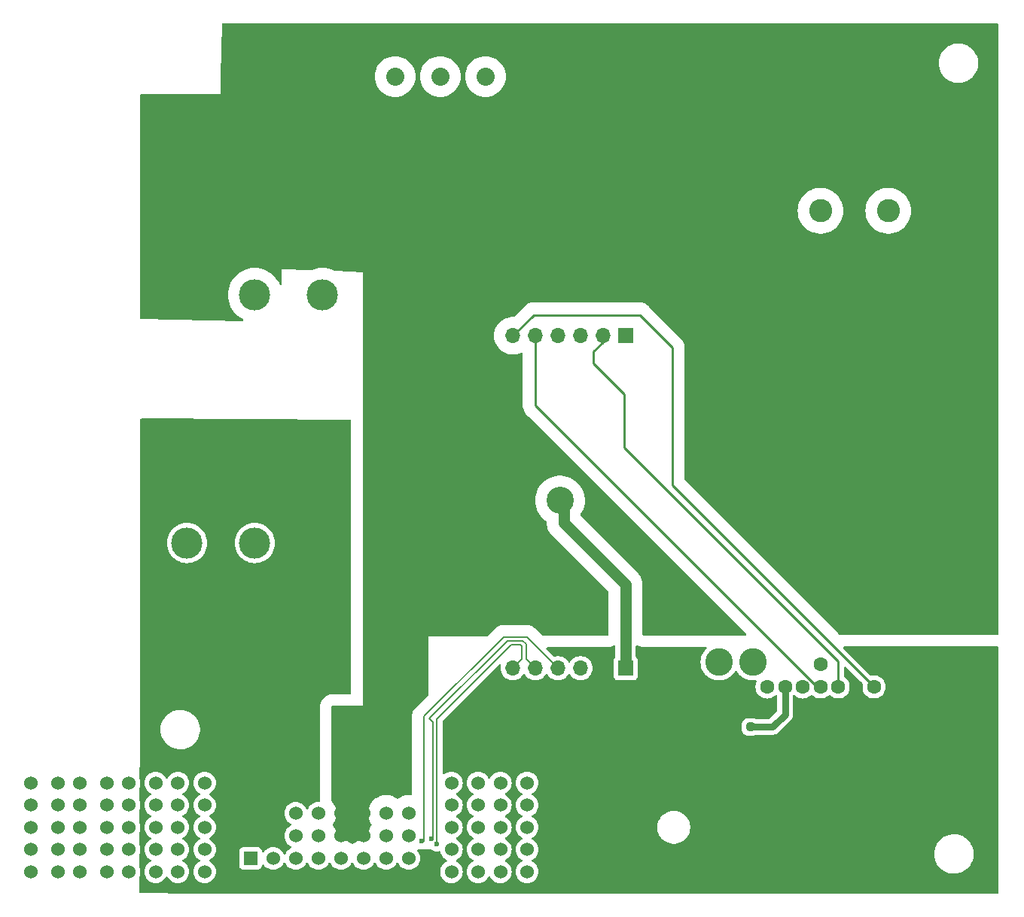
<source format=gbl>
G04 #@! TF.GenerationSoftware,KiCad,Pcbnew,8.0.4*
G04 #@! TF.CreationDate,2025-03-29T15:05:00-04:00*
G04 #@! TF.ProjectId,X17-Power-Slab-Master,5831372d-506f-4776-9572-2d536c61622d,rev?*
G04 #@! TF.SameCoordinates,Original*
G04 #@! TF.FileFunction,Copper,L2,Bot*
G04 #@! TF.FilePolarity,Positive*
%FSLAX46Y46*%
G04 Gerber Fmt 4.6, Leading zero omitted, Abs format (unit mm)*
G04 Created by KiCad (PCBNEW 8.0.4) date 2025-03-29 15:05:00*
%MOMM*%
%LPD*%
G01*
G04 APERTURE LIST*
G04 Aperture macros list*
%AMRoundRect*
0 Rectangle with rounded corners*
0 $1 Rounding radius*
0 $2 $3 $4 $5 $6 $7 $8 $9 X,Y pos of 4 corners*
0 Add a 4 corners polygon primitive as box body*
4,1,4,$2,$3,$4,$5,$6,$7,$8,$9,$2,$3,0*
0 Add four circle primitives for the rounded corners*
1,1,$1+$1,$2,$3*
1,1,$1+$1,$4,$5*
1,1,$1+$1,$6,$7*
1,1,$1+$1,$8,$9*
0 Add four rect primitives between the rounded corners*
20,1,$1+$1,$2,$3,$4,$5,0*
20,1,$1+$1,$4,$5,$6,$7,0*
20,1,$1+$1,$6,$7,$8,$9,0*
20,1,$1+$1,$8,$9,$2,$3,0*%
G04 Aperture macros list end*
G04 #@! TA.AperFunction,ComponentPad*
%ADD10R,1.530000X1.530000*%
G04 #@! TD*
G04 #@! TA.AperFunction,ComponentPad*
%ADD11C,1.530000*%
G04 #@! TD*
G04 #@! TA.AperFunction,ComponentPad*
%ADD12R,1.700000X1.700000*%
G04 #@! TD*
G04 #@! TA.AperFunction,ComponentPad*
%ADD13O,1.700000X1.700000*%
G04 #@! TD*
G04 #@! TA.AperFunction,ComponentPad*
%ADD14C,2.032000*%
G04 #@! TD*
G04 #@! TA.AperFunction,ComponentPad*
%ADD15C,3.500000*%
G04 #@! TD*
G04 #@! TA.AperFunction,SMDPad,CuDef*
%ADD16RoundRect,0.237500X-0.250000X-0.237500X0.250000X-0.237500X0.250000X0.237500X-0.250000X0.237500X0*%
G04 #@! TD*
G04 #@! TA.AperFunction,ComponentPad*
%ADD17C,2.600000*%
G04 #@! TD*
G04 #@! TA.AperFunction,ComponentPad*
%ADD18C,3.100000*%
G04 #@! TD*
G04 #@! TA.AperFunction,ComponentPad*
%ADD19C,1.600000*%
G04 #@! TD*
G04 #@! TA.AperFunction,ViaPad*
%ADD20C,0.600000*%
G04 #@! TD*
G04 #@! TA.AperFunction,ViaPad*
%ADD21C,3.048000*%
G04 #@! TD*
G04 #@! TA.AperFunction,ViaPad*
%ADD22C,1.270000*%
G04 #@! TD*
G04 #@! TA.AperFunction,Conductor*
%ADD23C,0.200000*%
G04 #@! TD*
G04 #@! TA.AperFunction,Conductor*
%ADD24C,1.270000*%
G04 #@! TD*
G04 #@! TA.AperFunction,Conductor*
%ADD25C,0.279400*%
G04 #@! TD*
G04 #@! TA.AperFunction,Conductor*
%ADD26C,0.762000*%
G04 #@! TD*
G04 APERTURE END LIST*
D10*
X84410000Y-138000000D03*
D11*
X86950000Y-138000000D03*
X89490000Y-138000000D03*
X92030000Y-138000000D03*
X94570000Y-138000000D03*
X97110000Y-138000000D03*
X99650000Y-138000000D03*
X102190000Y-138000000D03*
X84410000Y-135460000D03*
X86950000Y-135460000D03*
X89490000Y-135460000D03*
X92030000Y-135460000D03*
X94570000Y-135460000D03*
X97110000Y-135460000D03*
X99650000Y-135460000D03*
X102190000Y-135460000D03*
X84410000Y-132920000D03*
X86950000Y-132920000D03*
X89490000Y-132920000D03*
X92030000Y-132920000D03*
X94570000Y-132920000D03*
X97110000Y-132920000D03*
X99650000Y-132920000D03*
X102190000Y-132920000D03*
X59740000Y-129500000D03*
X59740000Y-132000000D03*
X59740000Y-134500000D03*
X59740000Y-137000000D03*
X59740000Y-139500000D03*
X62740000Y-139500000D03*
X62740000Y-137000000D03*
X62740000Y-134500000D03*
X62740000Y-132000000D03*
X62740000Y-129500000D03*
X65240000Y-129500000D03*
X65240000Y-132000000D03*
X65240000Y-134500000D03*
X65240000Y-137000000D03*
X65240000Y-139500000D03*
X68240000Y-139500000D03*
X68240000Y-137000000D03*
X68240000Y-134500000D03*
X68240000Y-132000000D03*
X68240000Y-129500000D03*
X70740000Y-129500000D03*
X70740000Y-132000000D03*
X70740000Y-134500000D03*
X70740000Y-137000000D03*
X70740000Y-139500000D03*
X73740000Y-139500000D03*
X73740000Y-137000000D03*
X73740000Y-134500000D03*
X73740000Y-132000000D03*
X73740000Y-129500000D03*
X76240000Y-129500000D03*
X76240000Y-132000000D03*
X76240000Y-134500000D03*
X76240000Y-137000000D03*
X76240000Y-139500000D03*
X79240000Y-139500000D03*
X79240000Y-137000000D03*
X79240000Y-134500000D03*
X79240000Y-132000000D03*
X79240000Y-129500000D03*
X107000000Y-129500000D03*
X107000000Y-132000000D03*
X107000000Y-134500000D03*
X107000000Y-137000000D03*
X107000000Y-139500000D03*
X110000000Y-139500000D03*
X110000000Y-137000000D03*
X110000000Y-134500000D03*
X110000000Y-132000000D03*
X110000000Y-129500000D03*
X112500000Y-129500000D03*
X112500000Y-132000000D03*
X112500000Y-134500000D03*
X112500000Y-137000000D03*
X112500000Y-139500000D03*
X115500000Y-139500000D03*
X115500000Y-137000000D03*
X115500000Y-134500000D03*
X115500000Y-132000000D03*
X115500000Y-129500000D03*
X118000000Y-129500000D03*
X118000000Y-132000000D03*
X118000000Y-134500000D03*
X118000000Y-137000000D03*
X118000000Y-139500000D03*
X121000000Y-139500000D03*
X121000000Y-137000000D03*
X121000000Y-134500000D03*
X121000000Y-132000000D03*
X121000000Y-129500000D03*
X123500000Y-129500000D03*
X123500000Y-132000000D03*
X123500000Y-134500000D03*
X123500000Y-137000000D03*
X123500000Y-139500000D03*
X126500000Y-139500000D03*
X126500000Y-137000000D03*
X126500000Y-134500000D03*
X126500000Y-132000000D03*
X126500000Y-129500000D03*
D12*
X126590000Y-79165000D03*
D13*
X124050000Y-79165000D03*
X121510000Y-79165000D03*
X118970000Y-79165000D03*
X116430000Y-79165000D03*
X113890000Y-79165000D03*
D12*
X126590000Y-116590000D03*
D13*
X124050000Y-116590000D03*
X121510000Y-116590000D03*
X118970000Y-116590000D03*
X116430000Y-116590000D03*
X113890000Y-116590000D03*
D14*
X85420000Y-50000000D03*
X90500000Y-50000000D03*
X95580000Y-50000000D03*
X100660000Y-50000000D03*
X105740000Y-50000000D03*
X110820000Y-50000000D03*
D15*
X77260000Y-74560000D03*
X84880000Y-74560000D03*
X92500000Y-74560000D03*
X92500000Y-102500000D03*
X84880000Y-102500000D03*
X77260000Y-102500000D03*
D16*
X138787500Y-123200000D03*
X140612500Y-123200000D03*
D17*
X140880000Y-65110000D03*
X148500000Y-65110000D03*
X156120000Y-65110000D03*
D18*
X159930000Y-115910000D03*
X156120000Y-115910000D03*
D19*
X148500000Y-116150000D03*
D18*
X140880000Y-115910000D03*
X137070000Y-115910000D03*
D19*
X154500000Y-118690000D03*
X152500000Y-118690000D03*
X150500000Y-118690000D03*
X148500000Y-118690000D03*
X146500000Y-118690000D03*
X144500000Y-118690000D03*
X142500000Y-118690000D03*
D20*
X103680000Y-136040000D03*
D21*
X119200000Y-97710000D03*
D20*
X105328758Y-136395939D03*
X104727716Y-135794897D03*
D21*
X151087100Y-73579400D03*
D22*
X148781250Y-47000000D03*
D21*
X83000000Y-58000000D03*
X151087100Y-54098800D03*
X118000000Y-67000000D03*
X151237700Y-85730000D03*
X79000000Y-92000000D03*
D22*
X157000000Y-129900000D03*
D21*
X85000000Y-121000000D03*
D23*
X115468000Y-113088000D02*
X118970000Y-116590000D01*
X112862000Y-113088000D02*
X115468000Y-113088000D01*
X103920000Y-122030000D02*
X112862000Y-113088000D01*
X103920000Y-136060000D02*
X103920000Y-122030000D01*
D24*
X119620000Y-98130000D02*
X119200000Y-97710000D01*
X119620000Y-100240000D02*
X119620000Y-98130000D01*
X126590000Y-107210000D02*
X126590000Y-116590000D01*
X119620000Y-100240000D02*
X126590000Y-107210000D01*
D23*
X114925000Y-114124951D02*
X114925000Y-115555000D01*
X113743200Y-113925000D02*
X114725049Y-113925000D01*
X105328758Y-122339442D02*
X113743200Y-113925000D01*
X114725049Y-113925000D02*
X114925000Y-114124951D01*
X114925000Y-115555000D02*
X113890000Y-116590000D01*
X105328758Y-136395939D02*
X105328758Y-122339442D01*
X104514100Y-122285900D02*
X113300000Y-113500000D01*
X104727716Y-135794897D02*
X104878757Y-135643856D01*
X104878757Y-135643856D02*
X104878757Y-122650557D01*
X115000000Y-113500000D02*
X115385001Y-113885001D01*
X104878757Y-122650557D02*
X104514100Y-122285900D01*
X113300000Y-113500000D02*
X115000000Y-113500000D01*
X115385001Y-113885001D02*
X115385001Y-115545001D01*
X115385001Y-115545001D02*
X116430000Y-116590000D01*
D25*
X148111780Y-118690000D02*
X116430000Y-87008220D01*
X116430000Y-87008220D02*
X116430000Y-79165000D01*
X148500000Y-118690000D02*
X148111780Y-118690000D01*
X126440000Y-85760000D02*
X122990000Y-82310000D01*
X150500000Y-118690000D02*
X150500000Y-115800000D01*
X124050000Y-79870000D02*
X124050000Y-79165000D01*
X150500000Y-115800000D02*
X126440000Y-91740000D01*
X122990000Y-80930000D02*
X124050000Y-79870000D01*
X122990000Y-82310000D02*
X122990000Y-80930000D01*
X126440000Y-91740000D02*
X126440000Y-85760000D01*
D24*
X92500000Y-102500000D02*
X92000000Y-102500000D01*
D26*
X144500000Y-118690000D02*
X144500000Y-121800000D01*
X143100000Y-123200000D02*
X140612500Y-123200000D01*
X144500000Y-121800000D02*
X143100000Y-123200000D01*
D25*
X131800000Y-80470000D02*
X128160000Y-76830000D01*
X128160000Y-76830000D02*
X116225000Y-76830000D01*
X116225000Y-76830000D02*
X113890000Y-79165000D01*
X154500000Y-118690000D02*
X131800000Y-95990000D01*
X131800000Y-95990000D02*
X131800000Y-80470000D01*
G04 #@! TA.AperFunction,Conductor*
G36*
X95601019Y-88598344D02*
G01*
X95667972Y-88618306D01*
X95713507Y-88671299D01*
X95724500Y-88722342D01*
X95724500Y-119400500D01*
X95704815Y-119467539D01*
X95652011Y-119513294D01*
X95600500Y-119524500D01*
X93623978Y-119524500D01*
X93579776Y-119525266D01*
X93579766Y-119525266D01*
X93352867Y-119553650D01*
X93301350Y-119564858D01*
X93129184Y-119615220D01*
X92922759Y-119713594D01*
X92737211Y-119847249D01*
X92684380Y-119893027D01*
X92653412Y-119920759D01*
X92653404Y-119920767D01*
X92500166Y-120090488D01*
X92500161Y-120090494D01*
X92379686Y-120284854D01*
X92295856Y-120497595D01*
X92276168Y-120564644D01*
X92244997Y-120696253D01*
X92244997Y-120696256D01*
X92231249Y-120849010D01*
X92224500Y-120924000D01*
X92224500Y-131462900D01*
X92225164Y-131477646D01*
X92226980Y-131517981D01*
X92210330Y-131585838D01*
X92159636Y-131633921D01*
X92092298Y-131647085D01*
X92030002Y-131641635D01*
X92029998Y-131641635D01*
X91808019Y-131661055D01*
X91808009Y-131661057D01*
X91592780Y-131718727D01*
X91592771Y-131718731D01*
X91390817Y-131812903D01*
X91390811Y-131812907D01*
X91208282Y-131940716D01*
X91050716Y-132098282D01*
X90922907Y-132280811D01*
X90922903Y-132280817D01*
X90872382Y-132389161D01*
X90826210Y-132441600D01*
X90759016Y-132460752D01*
X90692135Y-132440536D01*
X90647618Y-132389161D01*
X90597097Y-132280818D01*
X90469284Y-132098283D01*
X90311717Y-131940716D01*
X90311715Y-131940714D01*
X90311710Y-131940710D01*
X90129189Y-131812907D01*
X90129186Y-131812905D01*
X90129183Y-131812903D01*
X90054374Y-131778019D01*
X89927233Y-131718732D01*
X89927219Y-131718727D01*
X89711990Y-131661057D01*
X89711988Y-131661056D01*
X89711986Y-131661056D01*
X89711984Y-131661055D01*
X89711980Y-131661055D01*
X89490002Y-131641635D01*
X89489998Y-131641635D01*
X89268019Y-131661055D01*
X89268009Y-131661057D01*
X89052780Y-131718727D01*
X89052771Y-131718731D01*
X88850817Y-131812903D01*
X88850811Y-131812907D01*
X88668282Y-131940716D01*
X88510716Y-132098282D01*
X88382907Y-132280811D01*
X88382903Y-132280817D01*
X88288731Y-132482771D01*
X88288727Y-132482780D01*
X88231057Y-132698009D01*
X88231055Y-132698019D01*
X88211635Y-132919998D01*
X88211635Y-132920001D01*
X88231055Y-133141980D01*
X88231057Y-133141990D01*
X88288727Y-133357219D01*
X88288732Y-133357233D01*
X88382901Y-133559179D01*
X88382907Y-133559189D01*
X88510710Y-133741710D01*
X88510719Y-133741720D01*
X88668279Y-133899280D01*
X88668289Y-133899289D01*
X88810952Y-133999183D01*
X88850817Y-134027097D01*
X88927182Y-134062706D01*
X88959160Y-134077618D01*
X89011600Y-134123790D01*
X89030752Y-134190983D01*
X89010536Y-134257865D01*
X88959161Y-134302382D01*
X88850817Y-134352903D01*
X88850811Y-134352907D01*
X88668282Y-134480716D01*
X88510716Y-134638282D01*
X88382907Y-134820811D01*
X88382903Y-134820817D01*
X88288731Y-135022771D01*
X88288727Y-135022780D01*
X88231057Y-135238009D01*
X88231055Y-135238019D01*
X88211635Y-135459998D01*
X88211635Y-135460001D01*
X88231055Y-135681980D01*
X88231057Y-135681990D01*
X88288727Y-135897219D01*
X88288732Y-135897233D01*
X88382901Y-136099179D01*
X88382907Y-136099189D01*
X88510710Y-136281710D01*
X88510719Y-136281720D01*
X88668279Y-136439280D01*
X88668289Y-136439289D01*
X88821440Y-136546527D01*
X88850817Y-136567097D01*
X88927182Y-136602706D01*
X88959160Y-136617618D01*
X89011600Y-136663790D01*
X89030752Y-136730983D01*
X89010536Y-136797865D01*
X88959161Y-136842382D01*
X88850817Y-136892903D01*
X88850811Y-136892907D01*
X88668282Y-137020716D01*
X88510716Y-137178282D01*
X88382907Y-137360811D01*
X88382903Y-137360817D01*
X88332382Y-137469161D01*
X88286210Y-137521600D01*
X88219016Y-137540752D01*
X88152135Y-137520536D01*
X88107618Y-137469161D01*
X88092730Y-137437233D01*
X88057097Y-137360818D01*
X87929284Y-137178283D01*
X87771717Y-137020716D01*
X87771715Y-137020714D01*
X87771710Y-137020710D01*
X87589189Y-136892907D01*
X87589186Y-136892905D01*
X87589183Y-136892903D01*
X87589179Y-136892901D01*
X87387233Y-136798732D01*
X87387219Y-136798727D01*
X87171990Y-136741057D01*
X87171988Y-136741056D01*
X87171986Y-136741056D01*
X87171984Y-136741055D01*
X87171980Y-136741055D01*
X86950002Y-136721635D01*
X86949998Y-136721635D01*
X86728019Y-136741055D01*
X86728009Y-136741057D01*
X86512780Y-136798727D01*
X86512771Y-136798731D01*
X86310817Y-136892903D01*
X86310811Y-136892907D01*
X86128282Y-137020716D01*
X85970716Y-137178282D01*
X85909074Y-137266316D01*
X85854497Y-137309941D01*
X85784999Y-137317133D01*
X85722644Y-137285610D01*
X85687231Y-137225380D01*
X85683500Y-137195192D01*
X85683500Y-137186362D01*
X85683499Y-137186345D01*
X85679097Y-137145405D01*
X85676989Y-137125799D01*
X85625889Y-136988796D01*
X85538261Y-136871739D01*
X85421204Y-136784111D01*
X85404871Y-136778019D01*
X85284203Y-136733011D01*
X85223654Y-136726500D01*
X85223638Y-136726500D01*
X83596362Y-136726500D01*
X83596345Y-136726500D01*
X83535797Y-136733011D01*
X83535795Y-136733011D01*
X83398795Y-136784111D01*
X83281739Y-136871739D01*
X83194111Y-136988795D01*
X83143011Y-137125795D01*
X83143011Y-137125797D01*
X83136500Y-137186345D01*
X83136500Y-138813654D01*
X83143011Y-138874202D01*
X83143011Y-138874204D01*
X83162432Y-138926271D01*
X83194111Y-139011204D01*
X83281739Y-139128261D01*
X83398796Y-139215889D01*
X83535799Y-139266989D01*
X83563050Y-139269918D01*
X83596345Y-139273499D01*
X83596362Y-139273500D01*
X85223638Y-139273500D01*
X85223654Y-139273499D01*
X85250692Y-139270591D01*
X85284201Y-139266989D01*
X85421204Y-139215889D01*
X85538261Y-139128261D01*
X85625889Y-139011204D01*
X85676989Y-138874201D01*
X85680591Y-138840692D01*
X85683499Y-138813654D01*
X85683500Y-138813637D01*
X85683500Y-138804808D01*
X85703185Y-138737769D01*
X85755989Y-138692014D01*
X85825147Y-138682070D01*
X85888703Y-138711095D01*
X85909070Y-138733679D01*
X85958876Y-138804808D01*
X85970716Y-138821717D01*
X86128279Y-138979280D01*
X86128289Y-138979289D01*
X86247516Y-139062773D01*
X86310817Y-139107097D01*
X86356202Y-139128260D01*
X86512766Y-139201267D01*
X86512768Y-139201267D01*
X86512773Y-139201270D01*
X86728014Y-139258944D01*
X86886575Y-139272816D01*
X86949998Y-139278365D01*
X86950000Y-139278365D01*
X86950002Y-139278365D01*
X87005619Y-139273499D01*
X87171986Y-139258944D01*
X87387227Y-139201270D01*
X87589183Y-139107097D01*
X87751672Y-138993319D01*
X87771710Y-138979289D01*
X87771710Y-138979288D01*
X87771717Y-138979284D01*
X87929284Y-138821717D01*
X88057097Y-138639183D01*
X88107618Y-138530840D01*
X88153790Y-138478400D01*
X88220983Y-138459248D01*
X88287865Y-138479464D01*
X88332382Y-138530840D01*
X88382901Y-138639179D01*
X88382907Y-138639189D01*
X88510710Y-138821710D01*
X88510719Y-138821720D01*
X88668279Y-138979280D01*
X88668289Y-138979289D01*
X88787516Y-139062773D01*
X88850817Y-139107097D01*
X88896202Y-139128260D01*
X89052766Y-139201267D01*
X89052768Y-139201267D01*
X89052773Y-139201270D01*
X89268014Y-139258944D01*
X89426575Y-139272816D01*
X89489998Y-139278365D01*
X89490000Y-139278365D01*
X89490002Y-139278365D01*
X89545619Y-139273499D01*
X89711986Y-139258944D01*
X89927227Y-139201270D01*
X90129183Y-139107097D01*
X90291672Y-138993319D01*
X90311710Y-138979289D01*
X90311710Y-138979288D01*
X90311717Y-138979284D01*
X90469284Y-138821717D01*
X90597097Y-138639183D01*
X90647618Y-138530840D01*
X90693790Y-138478400D01*
X90760983Y-138459248D01*
X90827865Y-138479464D01*
X90872382Y-138530840D01*
X90922901Y-138639179D01*
X90922907Y-138639189D01*
X91050710Y-138821710D01*
X91050719Y-138821720D01*
X91208279Y-138979280D01*
X91208289Y-138979289D01*
X91327516Y-139062773D01*
X91390817Y-139107097D01*
X91436202Y-139128260D01*
X91592766Y-139201267D01*
X91592768Y-139201267D01*
X91592773Y-139201270D01*
X91808014Y-139258944D01*
X91966575Y-139272816D01*
X92029998Y-139278365D01*
X92030000Y-139278365D01*
X92030002Y-139278365D01*
X92085619Y-139273499D01*
X92251986Y-139258944D01*
X92467227Y-139201270D01*
X92669183Y-139107097D01*
X92831672Y-138993319D01*
X92851710Y-138979289D01*
X92851710Y-138979288D01*
X92851717Y-138979284D01*
X93009284Y-138821717D01*
X93137097Y-138639183D01*
X93187618Y-138530840D01*
X93233790Y-138478400D01*
X93300983Y-138459248D01*
X93367865Y-138479464D01*
X93412382Y-138530840D01*
X93462901Y-138639179D01*
X93462907Y-138639189D01*
X93590710Y-138821710D01*
X93590719Y-138821720D01*
X93748279Y-138979280D01*
X93748289Y-138979289D01*
X93867516Y-139062773D01*
X93930817Y-139107097D01*
X93976202Y-139128260D01*
X94132766Y-139201267D01*
X94132768Y-139201267D01*
X94132773Y-139201270D01*
X94348014Y-139258944D01*
X94506575Y-139272816D01*
X94569998Y-139278365D01*
X94570000Y-139278365D01*
X94570002Y-139278365D01*
X94625619Y-139273499D01*
X94791986Y-139258944D01*
X95007227Y-139201270D01*
X95209183Y-139107097D01*
X95371672Y-138993319D01*
X95391710Y-138979289D01*
X95391710Y-138979288D01*
X95391717Y-138979284D01*
X95549284Y-138821717D01*
X95677097Y-138639183D01*
X95727618Y-138530840D01*
X95773790Y-138478400D01*
X95840983Y-138459248D01*
X95907865Y-138479464D01*
X95952382Y-138530840D01*
X96002901Y-138639179D01*
X96002907Y-138639189D01*
X96130710Y-138821710D01*
X96130719Y-138821720D01*
X96288279Y-138979280D01*
X96288289Y-138979289D01*
X96407516Y-139062773D01*
X96470817Y-139107097D01*
X96516202Y-139128260D01*
X96672766Y-139201267D01*
X96672768Y-139201267D01*
X96672773Y-139201270D01*
X96888014Y-139258944D01*
X97046575Y-139272816D01*
X97109998Y-139278365D01*
X97110000Y-139278365D01*
X97110002Y-139278365D01*
X97165619Y-139273499D01*
X97331986Y-139258944D01*
X97547227Y-139201270D01*
X97749183Y-139107097D01*
X97911672Y-138993319D01*
X97931710Y-138979289D01*
X97931710Y-138979288D01*
X97931717Y-138979284D01*
X98089284Y-138821717D01*
X98217097Y-138639183D01*
X98267618Y-138530840D01*
X98313790Y-138478400D01*
X98380983Y-138459248D01*
X98447865Y-138479464D01*
X98492382Y-138530840D01*
X98542901Y-138639179D01*
X98542907Y-138639189D01*
X98670710Y-138821710D01*
X98670719Y-138821720D01*
X98828279Y-138979280D01*
X98828289Y-138979289D01*
X98947516Y-139062773D01*
X99010817Y-139107097D01*
X99056202Y-139128260D01*
X99212766Y-139201267D01*
X99212768Y-139201267D01*
X99212773Y-139201270D01*
X99428014Y-139258944D01*
X99586575Y-139272816D01*
X99649998Y-139278365D01*
X99650000Y-139278365D01*
X99650002Y-139278365D01*
X99705619Y-139273499D01*
X99871986Y-139258944D01*
X100087227Y-139201270D01*
X100289183Y-139107097D01*
X100451672Y-138993319D01*
X100471710Y-138979289D01*
X100471710Y-138979288D01*
X100471717Y-138979284D01*
X100629284Y-138821717D01*
X100757097Y-138639183D01*
X100807618Y-138530840D01*
X100853790Y-138478400D01*
X100920983Y-138459248D01*
X100987865Y-138479464D01*
X101032382Y-138530840D01*
X101082901Y-138639179D01*
X101082907Y-138639189D01*
X101210710Y-138821710D01*
X101210719Y-138821720D01*
X101368279Y-138979280D01*
X101368289Y-138979289D01*
X101487516Y-139062773D01*
X101550817Y-139107097D01*
X101596202Y-139128260D01*
X101752766Y-139201267D01*
X101752768Y-139201267D01*
X101752773Y-139201270D01*
X101968014Y-139258944D01*
X102126575Y-139272816D01*
X102189998Y-139278365D01*
X102190000Y-139278365D01*
X102190002Y-139278365D01*
X102245619Y-139273499D01*
X102411986Y-139258944D01*
X102627227Y-139201270D01*
X102829183Y-139107097D01*
X102991672Y-138993319D01*
X103011710Y-138979289D01*
X103011710Y-138979288D01*
X103011717Y-138979284D01*
X103169284Y-138821717D01*
X103297097Y-138639183D01*
X103391270Y-138437227D01*
X103448944Y-138221986D01*
X103468365Y-138000000D01*
X103448944Y-137778014D01*
X103391270Y-137562773D01*
X103297097Y-137360818D01*
X103181075Y-137195123D01*
X103158748Y-137128918D01*
X103175758Y-137061151D01*
X103226705Y-137013337D01*
X103282650Y-137000000D01*
X104738065Y-137000000D01*
X104805104Y-137019685D01*
X104815653Y-137028186D01*
X104816034Y-137027709D01*
X104821476Y-137032049D01*
X104821477Y-137032050D01*
X104975743Y-137128982D01*
X105116635Y-137178282D01*
X105147711Y-137189156D01*
X105147716Y-137189157D01*
X105328754Y-137209555D01*
X105328758Y-137209555D01*
X105328762Y-137209555D01*
X105509799Y-137189157D01*
X105509801Y-137189156D01*
X105509805Y-137189156D01*
X105509808Y-137189154D01*
X105509812Y-137189154D01*
X105587049Y-137162128D01*
X105656828Y-137158566D01*
X105717455Y-137193294D01*
X105747779Y-137247076D01*
X105798727Y-137437219D01*
X105798732Y-137437233D01*
X105892901Y-137639179D01*
X105892907Y-137639189D01*
X106020710Y-137821710D01*
X106020719Y-137821720D01*
X106178279Y-137979280D01*
X106178289Y-137979289D01*
X106332364Y-138087174D01*
X106360817Y-138107097D01*
X106421983Y-138135619D01*
X106426270Y-138137618D01*
X106478709Y-138183790D01*
X106497861Y-138250984D01*
X106477645Y-138317865D01*
X106426270Y-138362382D01*
X106360818Y-138392903D01*
X106360811Y-138392907D01*
X106178282Y-138520716D01*
X106020716Y-138678282D01*
X105892907Y-138860811D01*
X105892903Y-138860817D01*
X105798731Y-139062771D01*
X105798727Y-139062780D01*
X105741057Y-139278009D01*
X105741055Y-139278019D01*
X105721635Y-139499998D01*
X105721635Y-139500001D01*
X105741055Y-139721980D01*
X105741057Y-139721990D01*
X105798727Y-139937219D01*
X105798732Y-139937233D01*
X105892901Y-140139179D01*
X105892907Y-140139189D01*
X106020710Y-140321710D01*
X106020719Y-140321720D01*
X106178279Y-140479280D01*
X106178289Y-140479289D01*
X106340772Y-140593061D01*
X106360817Y-140607097D01*
X106482318Y-140663753D01*
X106562766Y-140701267D01*
X106562768Y-140701267D01*
X106562773Y-140701270D01*
X106778014Y-140758944D01*
X106936575Y-140772816D01*
X106999998Y-140778365D01*
X107000000Y-140778365D01*
X107000002Y-140778365D01*
X107055496Y-140773509D01*
X107221986Y-140758944D01*
X107437227Y-140701270D01*
X107639183Y-140607097D01*
X107821717Y-140479284D01*
X107979284Y-140321717D01*
X108107097Y-140139183D01*
X108201270Y-139937227D01*
X108258944Y-139721986D01*
X108278365Y-139500000D01*
X108258944Y-139278014D01*
X108201270Y-139062773D01*
X108107097Y-138860818D01*
X107979284Y-138678283D01*
X107821717Y-138520716D01*
X107821715Y-138520714D01*
X107821710Y-138520710D01*
X107639189Y-138392907D01*
X107639186Y-138392905D01*
X107639183Y-138392903D01*
X107573729Y-138362381D01*
X107521290Y-138316210D01*
X107502138Y-138249017D01*
X107522353Y-138182136D01*
X107573730Y-138137618D01*
X107578017Y-138135619D01*
X107639183Y-138107097D01*
X107821717Y-137979284D01*
X107979284Y-137821717D01*
X108107097Y-137639183D01*
X108201270Y-137437227D01*
X108258944Y-137221986D01*
X108278365Y-137000000D01*
X108258944Y-136778014D01*
X108201270Y-136562773D01*
X108107097Y-136360818D01*
X107979284Y-136178283D01*
X107821717Y-136020716D01*
X107821715Y-136020714D01*
X107821710Y-136020710D01*
X107639189Y-135892907D01*
X107639186Y-135892905D01*
X107639183Y-135892903D01*
X107573729Y-135862381D01*
X107521290Y-135816210D01*
X107502138Y-135749017D01*
X107522353Y-135682136D01*
X107573730Y-135637618D01*
X107597195Y-135626676D01*
X107639183Y-135607097D01*
X107814996Y-135483990D01*
X107821710Y-135479289D01*
X107821710Y-135479288D01*
X107821717Y-135479284D01*
X107979284Y-135321717D01*
X107980337Y-135320214D01*
X108009376Y-135278741D01*
X108107097Y-135139183D01*
X108201270Y-134937227D01*
X108258944Y-134721986D01*
X108278365Y-134500000D01*
X108258944Y-134278014D01*
X108201270Y-134062773D01*
X108107097Y-133860818D01*
X107979284Y-133678283D01*
X107821717Y-133520716D01*
X107821715Y-133520714D01*
X107821710Y-133520710D01*
X107639189Y-133392907D01*
X107639186Y-133392905D01*
X107639183Y-133392903D01*
X107573729Y-133362381D01*
X107521290Y-133316210D01*
X107502138Y-133249017D01*
X107522353Y-133182136D01*
X107573730Y-133137618D01*
X107639183Y-133107097D01*
X107821717Y-132979284D01*
X107979284Y-132821717D01*
X108107097Y-132639183D01*
X108201270Y-132437227D01*
X108258944Y-132221986D01*
X108278365Y-132000000D01*
X108258944Y-131778014D01*
X108201270Y-131562773D01*
X108107097Y-131360818D01*
X107979284Y-131178283D01*
X107821717Y-131020716D01*
X107821715Y-131020714D01*
X107821710Y-131020710D01*
X107639189Y-130892907D01*
X107639186Y-130892905D01*
X107639183Y-130892903D01*
X107573729Y-130862381D01*
X107521290Y-130816210D01*
X107502138Y-130749017D01*
X107522353Y-130682136D01*
X107573730Y-130637618D01*
X107639183Y-130607097D01*
X107821717Y-130479284D01*
X107979284Y-130321717D01*
X108107097Y-130139183D01*
X108201270Y-129937227D01*
X108258944Y-129721986D01*
X108278365Y-129500000D01*
X108278365Y-129499998D01*
X108721635Y-129499998D01*
X108721635Y-129500001D01*
X108741055Y-129721980D01*
X108741057Y-129721990D01*
X108798727Y-129937219D01*
X108798732Y-129937233D01*
X108892901Y-130139179D01*
X108892907Y-130139189D01*
X109020710Y-130321710D01*
X109020719Y-130321720D01*
X109178279Y-130479280D01*
X109178289Y-130479289D01*
X109340185Y-130592650D01*
X109360817Y-130607097D01*
X109426270Y-130637618D01*
X109478709Y-130683790D01*
X109497861Y-130750984D01*
X109477645Y-130817865D01*
X109426270Y-130862382D01*
X109360818Y-130892903D01*
X109360811Y-130892907D01*
X109178282Y-131020716D01*
X109020716Y-131178282D01*
X108892907Y-131360811D01*
X108892903Y-131360817D01*
X108798731Y-131562771D01*
X108798727Y-131562780D01*
X108741057Y-131778009D01*
X108741055Y-131778019D01*
X108721635Y-131999998D01*
X108721635Y-132000001D01*
X108741055Y-132221980D01*
X108741057Y-132221990D01*
X108798727Y-132437219D01*
X108798732Y-132437233D01*
X108892901Y-132639179D01*
X108892907Y-132639189D01*
X109020710Y-132821710D01*
X109020719Y-132821720D01*
X109178279Y-132979280D01*
X109178289Y-132979289D01*
X109340185Y-133092650D01*
X109360817Y-133107097D01*
X109426270Y-133137618D01*
X109478709Y-133183790D01*
X109497861Y-133250984D01*
X109477645Y-133317865D01*
X109426270Y-133362382D01*
X109360818Y-133392903D01*
X109360811Y-133392907D01*
X109178282Y-133520716D01*
X109020716Y-133678282D01*
X108892907Y-133860811D01*
X108892903Y-133860817D01*
X108798731Y-134062771D01*
X108798727Y-134062780D01*
X108741057Y-134278009D01*
X108741055Y-134278019D01*
X108721635Y-134499998D01*
X108721635Y-134500001D01*
X108741055Y-134721980D01*
X108741057Y-134721990D01*
X108798727Y-134937219D01*
X108798732Y-134937233D01*
X108892901Y-135139179D01*
X108892907Y-135139189D01*
X109020710Y-135321710D01*
X109020719Y-135321720D01*
X109178279Y-135479280D01*
X109178289Y-135479289D01*
X109280673Y-135550979D01*
X109360817Y-135607097D01*
X109402796Y-135626672D01*
X109426270Y-135637618D01*
X109478709Y-135683790D01*
X109497861Y-135750984D01*
X109477645Y-135817865D01*
X109426270Y-135862382D01*
X109360818Y-135892903D01*
X109360811Y-135892907D01*
X109178282Y-136020716D01*
X109020716Y-136178282D01*
X108892907Y-136360811D01*
X108892903Y-136360817D01*
X108798731Y-136562771D01*
X108798727Y-136562780D01*
X108741057Y-136778009D01*
X108741055Y-136778019D01*
X108721635Y-136999998D01*
X108721635Y-137000000D01*
X108741055Y-137221980D01*
X108741057Y-137221990D01*
X108798727Y-137437219D01*
X108798732Y-137437233D01*
X108892901Y-137639179D01*
X108892907Y-137639189D01*
X109020710Y-137821710D01*
X109020719Y-137821720D01*
X109178279Y-137979280D01*
X109178289Y-137979289D01*
X109332364Y-138087174D01*
X109360817Y-138107097D01*
X109421983Y-138135619D01*
X109426270Y-138137618D01*
X109478709Y-138183790D01*
X109497861Y-138250984D01*
X109477645Y-138317865D01*
X109426270Y-138362382D01*
X109360818Y-138392903D01*
X109360811Y-138392907D01*
X109178282Y-138520716D01*
X109020716Y-138678282D01*
X108892907Y-138860811D01*
X108892903Y-138860817D01*
X108798731Y-139062771D01*
X108798727Y-139062780D01*
X108741057Y-139278009D01*
X108741055Y-139278019D01*
X108721635Y-139499998D01*
X108721635Y-139500001D01*
X108741055Y-139721980D01*
X108741057Y-139721990D01*
X108798727Y-139937219D01*
X108798732Y-139937233D01*
X108892901Y-140139179D01*
X108892907Y-140139189D01*
X109020710Y-140321710D01*
X109020719Y-140321720D01*
X109178279Y-140479280D01*
X109178289Y-140479289D01*
X109340772Y-140593061D01*
X109360817Y-140607097D01*
X109482318Y-140663753D01*
X109562766Y-140701267D01*
X109562768Y-140701267D01*
X109562773Y-140701270D01*
X109778014Y-140758944D01*
X109936575Y-140772816D01*
X109999998Y-140778365D01*
X110000000Y-140778365D01*
X110000002Y-140778365D01*
X110055496Y-140773509D01*
X110221986Y-140758944D01*
X110437227Y-140701270D01*
X110639183Y-140607097D01*
X110821717Y-140479284D01*
X110979284Y-140321717D01*
X111107097Y-140139183D01*
X111137618Y-140073729D01*
X111183790Y-140021290D01*
X111250983Y-140002138D01*
X111317864Y-140022353D01*
X111362382Y-140073730D01*
X111392901Y-140139179D01*
X111392907Y-140139189D01*
X111520710Y-140321710D01*
X111520719Y-140321720D01*
X111678279Y-140479280D01*
X111678289Y-140479289D01*
X111840772Y-140593061D01*
X111860817Y-140607097D01*
X111982318Y-140663753D01*
X112062766Y-140701267D01*
X112062768Y-140701267D01*
X112062773Y-140701270D01*
X112278014Y-140758944D01*
X112436575Y-140772816D01*
X112499998Y-140778365D01*
X112500000Y-140778365D01*
X112500002Y-140778365D01*
X112555496Y-140773509D01*
X112721986Y-140758944D01*
X112937227Y-140701270D01*
X113139183Y-140607097D01*
X113321717Y-140479284D01*
X113479284Y-140321717D01*
X113607097Y-140139183D01*
X113701270Y-139937227D01*
X113758944Y-139721986D01*
X113778365Y-139500000D01*
X113758944Y-139278014D01*
X113701270Y-139062773D01*
X113607097Y-138860818D01*
X113479284Y-138678283D01*
X113321717Y-138520716D01*
X113321715Y-138520714D01*
X113321710Y-138520710D01*
X113139189Y-138392907D01*
X113139186Y-138392905D01*
X113139183Y-138392903D01*
X113073729Y-138362381D01*
X113021290Y-138316210D01*
X113002138Y-138249017D01*
X113022353Y-138182136D01*
X113073730Y-138137618D01*
X113078017Y-138135619D01*
X113139183Y-138107097D01*
X113321717Y-137979284D01*
X113479284Y-137821717D01*
X113607097Y-137639183D01*
X113701270Y-137437227D01*
X113758944Y-137221986D01*
X113778365Y-137000000D01*
X113758944Y-136778014D01*
X113701270Y-136562773D01*
X113607097Y-136360818D01*
X113479284Y-136178283D01*
X113321717Y-136020716D01*
X113321715Y-136020714D01*
X113321710Y-136020710D01*
X113139189Y-135892907D01*
X113139186Y-135892905D01*
X113139183Y-135892903D01*
X113073729Y-135862381D01*
X113021290Y-135816210D01*
X113002138Y-135749017D01*
X113022353Y-135682136D01*
X113073730Y-135637618D01*
X113097195Y-135626676D01*
X113139183Y-135607097D01*
X113314996Y-135483990D01*
X113321710Y-135479289D01*
X113321710Y-135479288D01*
X113321717Y-135479284D01*
X113479284Y-135321717D01*
X113480337Y-135320214D01*
X113509376Y-135278741D01*
X113607097Y-135139183D01*
X113701270Y-134937227D01*
X113758944Y-134721986D01*
X113778365Y-134500000D01*
X113758944Y-134278014D01*
X113701270Y-134062773D01*
X113607097Y-133860818D01*
X113479284Y-133678283D01*
X113321717Y-133520716D01*
X113321715Y-133520714D01*
X113321710Y-133520710D01*
X113139189Y-133392907D01*
X113139186Y-133392905D01*
X113139183Y-133392903D01*
X113073729Y-133362381D01*
X113021290Y-133316210D01*
X113002138Y-133249017D01*
X113022353Y-133182136D01*
X113073730Y-133137618D01*
X113139183Y-133107097D01*
X113321717Y-132979284D01*
X113479284Y-132821717D01*
X113607097Y-132639183D01*
X113701270Y-132437227D01*
X113758944Y-132221986D01*
X113778365Y-132000000D01*
X113758944Y-131778014D01*
X113701270Y-131562773D01*
X113607097Y-131360818D01*
X113479284Y-131178283D01*
X113321717Y-131020716D01*
X113321715Y-131020714D01*
X113321710Y-131020710D01*
X113139189Y-130892907D01*
X113139186Y-130892905D01*
X113139183Y-130892903D01*
X113073729Y-130862381D01*
X113021290Y-130816210D01*
X113002138Y-130749017D01*
X113022353Y-130682136D01*
X113073730Y-130637618D01*
X113139183Y-130607097D01*
X113321717Y-130479284D01*
X113479284Y-130321717D01*
X113607097Y-130139183D01*
X113701270Y-129937227D01*
X113758944Y-129721986D01*
X113778365Y-129500000D01*
X113778365Y-129499998D01*
X114221635Y-129499998D01*
X114221635Y-129500001D01*
X114241055Y-129721980D01*
X114241057Y-129721990D01*
X114298727Y-129937219D01*
X114298732Y-129937233D01*
X114392901Y-130139179D01*
X114392907Y-130139189D01*
X114520710Y-130321710D01*
X114520719Y-130321720D01*
X114678279Y-130479280D01*
X114678289Y-130479289D01*
X114840185Y-130592650D01*
X114860817Y-130607097D01*
X114926270Y-130637618D01*
X114978709Y-130683790D01*
X114997861Y-130750984D01*
X114977645Y-130817865D01*
X114926270Y-130862382D01*
X114860818Y-130892903D01*
X114860811Y-130892907D01*
X114678282Y-131020716D01*
X114520716Y-131178282D01*
X114392907Y-131360811D01*
X114392903Y-131360817D01*
X114298731Y-131562771D01*
X114298727Y-131562780D01*
X114241057Y-131778009D01*
X114241055Y-131778019D01*
X114221635Y-131999998D01*
X114221635Y-132000001D01*
X114241055Y-132221980D01*
X114241057Y-132221990D01*
X114298727Y-132437219D01*
X114298732Y-132437233D01*
X114392901Y-132639179D01*
X114392907Y-132639189D01*
X114520710Y-132821710D01*
X114520719Y-132821720D01*
X114678279Y-132979280D01*
X114678289Y-132979289D01*
X114840185Y-133092650D01*
X114860817Y-133107097D01*
X114926270Y-133137618D01*
X114978709Y-133183790D01*
X114997861Y-133250984D01*
X114977645Y-133317865D01*
X114926270Y-133362382D01*
X114860818Y-133392903D01*
X114860811Y-133392907D01*
X114678282Y-133520716D01*
X114520716Y-133678282D01*
X114392907Y-133860811D01*
X114392903Y-133860817D01*
X114298731Y-134062771D01*
X114298727Y-134062780D01*
X114241057Y-134278009D01*
X114241055Y-134278019D01*
X114221635Y-134499998D01*
X114221635Y-134500001D01*
X114241055Y-134721980D01*
X114241057Y-134721990D01*
X114298727Y-134937219D01*
X114298732Y-134937233D01*
X114392901Y-135139179D01*
X114392907Y-135139189D01*
X114520710Y-135321710D01*
X114520719Y-135321720D01*
X114678279Y-135479280D01*
X114678289Y-135479289D01*
X114780673Y-135550979D01*
X114860817Y-135607097D01*
X114902796Y-135626672D01*
X114926270Y-135637618D01*
X114978709Y-135683790D01*
X114997861Y-135750984D01*
X114977645Y-135817865D01*
X114926270Y-135862382D01*
X114860818Y-135892903D01*
X114860811Y-135892907D01*
X114678282Y-136020716D01*
X114520716Y-136178282D01*
X114392907Y-136360811D01*
X114392903Y-136360817D01*
X114298731Y-136562771D01*
X114298727Y-136562780D01*
X114241057Y-136778009D01*
X114241055Y-136778019D01*
X114221635Y-136999998D01*
X114221635Y-137000000D01*
X114241055Y-137221980D01*
X114241057Y-137221990D01*
X114298727Y-137437219D01*
X114298732Y-137437233D01*
X114392901Y-137639179D01*
X114392907Y-137639189D01*
X114520710Y-137821710D01*
X114520719Y-137821720D01*
X114678279Y-137979280D01*
X114678289Y-137979289D01*
X114832364Y-138087174D01*
X114860817Y-138107097D01*
X114921983Y-138135619D01*
X114926270Y-138137618D01*
X114978709Y-138183790D01*
X114997861Y-138250984D01*
X114977645Y-138317865D01*
X114926270Y-138362382D01*
X114860818Y-138392903D01*
X114860811Y-138392907D01*
X114678282Y-138520716D01*
X114520716Y-138678282D01*
X114392907Y-138860811D01*
X114392903Y-138860817D01*
X114298731Y-139062771D01*
X114298727Y-139062780D01*
X114241057Y-139278009D01*
X114241055Y-139278019D01*
X114221635Y-139499998D01*
X114221635Y-139500001D01*
X114241055Y-139721980D01*
X114241057Y-139721990D01*
X114298727Y-139937219D01*
X114298732Y-139937233D01*
X114392901Y-140139179D01*
X114392907Y-140139189D01*
X114520710Y-140321710D01*
X114520719Y-140321720D01*
X114678279Y-140479280D01*
X114678289Y-140479289D01*
X114840772Y-140593061D01*
X114860817Y-140607097D01*
X114982318Y-140663753D01*
X115062766Y-140701267D01*
X115062768Y-140701267D01*
X115062773Y-140701270D01*
X115278014Y-140758944D01*
X115436575Y-140772816D01*
X115499998Y-140778365D01*
X115500000Y-140778365D01*
X115500002Y-140778365D01*
X115555496Y-140773509D01*
X115721986Y-140758944D01*
X115937227Y-140701270D01*
X116139183Y-140607097D01*
X116321717Y-140479284D01*
X116479284Y-140321717D01*
X116607097Y-140139183D01*
X116701270Y-139937227D01*
X116758944Y-139721986D01*
X116778365Y-139500000D01*
X116758944Y-139278014D01*
X116701270Y-139062773D01*
X116607097Y-138860818D01*
X116479284Y-138678283D01*
X116321717Y-138520716D01*
X116321715Y-138520714D01*
X116321710Y-138520710D01*
X116139189Y-138392907D01*
X116139186Y-138392905D01*
X116139183Y-138392903D01*
X116073729Y-138362381D01*
X116021290Y-138316210D01*
X116002138Y-138249017D01*
X116022353Y-138182136D01*
X116073730Y-138137618D01*
X116078017Y-138135619D01*
X116139183Y-138107097D01*
X116321717Y-137979284D01*
X116479284Y-137821717D01*
X116607097Y-137639183D01*
X116672000Y-137499998D01*
X161277500Y-137499998D01*
X161277500Y-137500001D01*
X161297329Y-137796226D01*
X161297331Y-137796236D01*
X161356467Y-138087176D01*
X161413348Y-138250984D01*
X161453856Y-138367640D01*
X161587757Y-138632623D01*
X161755783Y-138877394D01*
X161755785Y-138877396D01*
X161755789Y-138877402D01*
X161755792Y-138877404D01*
X161954935Y-139097586D01*
X162181658Y-139289268D01*
X162431907Y-139449021D01*
X162701216Y-139573994D01*
X162984780Y-139661956D01*
X163277537Y-139711338D01*
X163574265Y-139721259D01*
X163869667Y-139691541D01*
X164158472Y-139622715D01*
X164158475Y-139622713D01*
X164158479Y-139622713D01*
X164297000Y-139569362D01*
X164435528Y-139516010D01*
X164695888Y-139373328D01*
X164934908Y-139197217D01*
X165148322Y-138990819D01*
X165332321Y-138757817D01*
X165483623Y-138502370D01*
X165599527Y-138229035D01*
X165677965Y-137942691D01*
X165717537Y-137648447D01*
X165717537Y-137351553D01*
X165677965Y-137057309D01*
X165599527Y-136770965D01*
X165483623Y-136497630D01*
X165402585Y-136360811D01*
X165332321Y-136242182D01*
X165148321Y-136009180D01*
X165140811Y-136001917D01*
X164934908Y-135802783D01*
X164809974Y-135710731D01*
X164695894Y-135626676D01*
X164695891Y-135626674D01*
X164695888Y-135626672D01*
X164435528Y-135483990D01*
X164435523Y-135483988D01*
X164435521Y-135483987D01*
X164158479Y-135377286D01*
X164158474Y-135377285D01*
X163869667Y-135308459D01*
X163869664Y-135308458D01*
X163574269Y-135278741D01*
X163574265Y-135278741D01*
X163277537Y-135288662D01*
X162984779Y-135338044D01*
X162899861Y-135364386D01*
X162701216Y-135426006D01*
X162701209Y-135426009D01*
X162701207Y-135426010D01*
X162431911Y-135550976D01*
X162181658Y-135710731D01*
X162181656Y-135710733D01*
X161954933Y-135902415D01*
X161755792Y-136122595D01*
X161755789Y-136122597D01*
X161587755Y-136367380D01*
X161542652Y-136456637D01*
X161453856Y-136632360D01*
X161453854Y-136632363D01*
X161453854Y-136632365D01*
X161356467Y-136912823D01*
X161297331Y-137203763D01*
X161297329Y-137203773D01*
X161277500Y-137499998D01*
X116672000Y-137499998D01*
X116701270Y-137437227D01*
X116758944Y-137221986D01*
X116778365Y-137000000D01*
X116758944Y-136778014D01*
X116701270Y-136562773D01*
X116607097Y-136360818D01*
X116479284Y-136178283D01*
X116321717Y-136020716D01*
X116321715Y-136020714D01*
X116321710Y-136020710D01*
X116139189Y-135892907D01*
X116139186Y-135892905D01*
X116139183Y-135892903D01*
X116073729Y-135862381D01*
X116021290Y-135816210D01*
X116002138Y-135749017D01*
X116022353Y-135682136D01*
X116073730Y-135637618D01*
X116097195Y-135626676D01*
X116139183Y-135607097D01*
X116314996Y-135483990D01*
X116321710Y-135479289D01*
X116321710Y-135479288D01*
X116321717Y-135479284D01*
X116479284Y-135321717D01*
X116480337Y-135320214D01*
X116509376Y-135278741D01*
X116607097Y-135139183D01*
X116701270Y-134937227D01*
X116758944Y-134721986D01*
X116778365Y-134500000D01*
X116767754Y-134378711D01*
X130149500Y-134378711D01*
X130149500Y-134621288D01*
X130181161Y-134861785D01*
X130243947Y-135096104D01*
X130336773Y-135320205D01*
X130336777Y-135320214D01*
X130347071Y-135338044D01*
X130458064Y-135530289D01*
X130458066Y-135530292D01*
X130458067Y-135530293D01*
X130605733Y-135722736D01*
X130605739Y-135722743D01*
X130777256Y-135894260D01*
X130777263Y-135894266D01*
X130867221Y-135963293D01*
X130969711Y-136041936D01*
X131179788Y-136163224D01*
X131403900Y-136256054D01*
X131638211Y-136318838D01*
X131818586Y-136342584D01*
X131878711Y-136350500D01*
X131878712Y-136350500D01*
X132121289Y-136350500D01*
X132169388Y-136344167D01*
X132361789Y-136318838D01*
X132596100Y-136256054D01*
X132820212Y-136163224D01*
X133030289Y-136041936D01*
X133222738Y-135894265D01*
X133394265Y-135722738D01*
X133541936Y-135530289D01*
X133663224Y-135320212D01*
X133756054Y-135096100D01*
X133818838Y-134861789D01*
X133850500Y-134621288D01*
X133850500Y-134378712D01*
X133818838Y-134138211D01*
X133756054Y-133903900D01*
X133663224Y-133679788D01*
X133541936Y-133469711D01*
X133394265Y-133277262D01*
X133394260Y-133277256D01*
X133222743Y-133105739D01*
X133222736Y-133105733D01*
X133030293Y-132958067D01*
X133030292Y-132958066D01*
X133030289Y-132958064D01*
X132820212Y-132836776D01*
X132783864Y-132821720D01*
X132596104Y-132743947D01*
X132478944Y-132712554D01*
X132361789Y-132681162D01*
X132361788Y-132681161D01*
X132361785Y-132681161D01*
X132121289Y-132649500D01*
X132121288Y-132649500D01*
X131878712Y-132649500D01*
X131878711Y-132649500D01*
X131638214Y-132681161D01*
X131403895Y-132743947D01*
X131179794Y-132836773D01*
X131179785Y-132836777D01*
X130969706Y-132958067D01*
X130777263Y-133105733D01*
X130777256Y-133105739D01*
X130605739Y-133277256D01*
X130605733Y-133277263D01*
X130458067Y-133469706D01*
X130336777Y-133679785D01*
X130336773Y-133679794D01*
X130243947Y-133903895D01*
X130181161Y-134138214D01*
X130149500Y-134378711D01*
X116767754Y-134378711D01*
X116758944Y-134278014D01*
X116701270Y-134062773D01*
X116607097Y-133860818D01*
X116479284Y-133678283D01*
X116321717Y-133520716D01*
X116321715Y-133520714D01*
X116321710Y-133520710D01*
X116139189Y-133392907D01*
X116139186Y-133392905D01*
X116139183Y-133392903D01*
X116073729Y-133362381D01*
X116021290Y-133316210D01*
X116002138Y-133249017D01*
X116022353Y-133182136D01*
X116073730Y-133137618D01*
X116139183Y-133107097D01*
X116321717Y-132979284D01*
X116479284Y-132821717D01*
X116607097Y-132639183D01*
X116701270Y-132437227D01*
X116758944Y-132221986D01*
X116778365Y-132000000D01*
X116758944Y-131778014D01*
X116701270Y-131562773D01*
X116607097Y-131360818D01*
X116479284Y-131178283D01*
X116321717Y-131020716D01*
X116321715Y-131020714D01*
X116321710Y-131020710D01*
X116139189Y-130892907D01*
X116139186Y-130892905D01*
X116139183Y-130892903D01*
X116073729Y-130862381D01*
X116021290Y-130816210D01*
X116002138Y-130749017D01*
X116022353Y-130682136D01*
X116073730Y-130637618D01*
X116139183Y-130607097D01*
X116321717Y-130479284D01*
X116479284Y-130321717D01*
X116607097Y-130139183D01*
X116701270Y-129937227D01*
X116758944Y-129721986D01*
X116778365Y-129500000D01*
X116758944Y-129278014D01*
X116701270Y-129062773D01*
X116607097Y-128860818D01*
X116479284Y-128678283D01*
X116321717Y-128520716D01*
X116321715Y-128520714D01*
X116321710Y-128520710D01*
X116139189Y-128392907D01*
X116139186Y-128392905D01*
X116139183Y-128392903D01*
X116139179Y-128392901D01*
X115937233Y-128298732D01*
X115937219Y-128298727D01*
X115721990Y-128241057D01*
X115721988Y-128241056D01*
X115721986Y-128241056D01*
X115721984Y-128241055D01*
X115721980Y-128241055D01*
X115500002Y-128221635D01*
X115499998Y-128221635D01*
X115278019Y-128241055D01*
X115278009Y-128241057D01*
X115062780Y-128298727D01*
X115062771Y-128298731D01*
X114860817Y-128392903D01*
X114860811Y-128392907D01*
X114678282Y-128520716D01*
X114520716Y-128678282D01*
X114392907Y-128860811D01*
X114392903Y-128860817D01*
X114298731Y-129062771D01*
X114298727Y-129062780D01*
X114241057Y-129278009D01*
X114241055Y-129278019D01*
X114221635Y-129499998D01*
X113778365Y-129499998D01*
X113758944Y-129278014D01*
X113701270Y-129062773D01*
X113607097Y-128860818D01*
X113479284Y-128678283D01*
X113321717Y-128520716D01*
X113321715Y-128520714D01*
X113321710Y-128520710D01*
X113139189Y-128392907D01*
X113139186Y-128392905D01*
X113139183Y-128392903D01*
X113139179Y-128392901D01*
X112937233Y-128298732D01*
X112937219Y-128298727D01*
X112721990Y-128241057D01*
X112721988Y-128241056D01*
X112721986Y-128241056D01*
X112721984Y-128241055D01*
X112721980Y-128241055D01*
X112500002Y-128221635D01*
X112499998Y-128221635D01*
X112278019Y-128241055D01*
X112278009Y-128241057D01*
X112062780Y-128298727D01*
X112062771Y-128298731D01*
X111860817Y-128392903D01*
X111860811Y-128392907D01*
X111678282Y-128520716D01*
X111520716Y-128678282D01*
X111392907Y-128860811D01*
X111392903Y-128860817D01*
X111362382Y-128926271D01*
X111316210Y-128978710D01*
X111249016Y-128997862D01*
X111182135Y-128977646D01*
X111137618Y-128926271D01*
X111107097Y-128860818D01*
X110979284Y-128678283D01*
X110821717Y-128520716D01*
X110821715Y-128520714D01*
X110821710Y-128520710D01*
X110639189Y-128392907D01*
X110639186Y-128392905D01*
X110639183Y-128392903D01*
X110639179Y-128392901D01*
X110437233Y-128298732D01*
X110437219Y-128298727D01*
X110221990Y-128241057D01*
X110221988Y-128241056D01*
X110221986Y-128241056D01*
X110221984Y-128241055D01*
X110221980Y-128241055D01*
X110000002Y-128221635D01*
X109999998Y-128221635D01*
X109778019Y-128241055D01*
X109778009Y-128241057D01*
X109562780Y-128298727D01*
X109562771Y-128298731D01*
X109360817Y-128392903D01*
X109360811Y-128392907D01*
X109178282Y-128520716D01*
X109020716Y-128678282D01*
X108892907Y-128860811D01*
X108892903Y-128860817D01*
X108798731Y-129062771D01*
X108798727Y-129062780D01*
X108741057Y-129278009D01*
X108741055Y-129278019D01*
X108721635Y-129499998D01*
X108278365Y-129499998D01*
X108258944Y-129278014D01*
X108201270Y-129062773D01*
X108107097Y-128860818D01*
X107979284Y-128678283D01*
X107821717Y-128520716D01*
X107821715Y-128520714D01*
X107821710Y-128520710D01*
X107639189Y-128392907D01*
X107639186Y-128392905D01*
X107639183Y-128392903D01*
X107639179Y-128392901D01*
X107437233Y-128298732D01*
X107437219Y-128298727D01*
X107221990Y-128241057D01*
X107221988Y-128241056D01*
X107221986Y-128241056D01*
X107221984Y-128241055D01*
X107221980Y-128241055D01*
X107000002Y-128221635D01*
X106999998Y-128221635D01*
X106778019Y-128241055D01*
X106778009Y-128241057D01*
X106562780Y-128298727D01*
X106562771Y-128298731D01*
X106360818Y-128392903D01*
X106195124Y-128508924D01*
X106128918Y-128531251D01*
X106061150Y-128514241D01*
X106013337Y-128463293D01*
X106000000Y-128407349D01*
X106000000Y-122580111D01*
X106019685Y-122513072D01*
X106036319Y-122492430D01*
X109182004Y-119346745D01*
X112356646Y-116172102D01*
X112417967Y-116138619D01*
X112487659Y-116143603D01*
X112543592Y-116185475D01*
X112568009Y-116250939D01*
X112564531Y-116290225D01*
X112545436Y-116365627D01*
X112545434Y-116365640D01*
X112526844Y-116589994D01*
X112526844Y-116590005D01*
X112545434Y-116814359D01*
X112545436Y-116814371D01*
X112600703Y-117032614D01*
X112691140Y-117238792D01*
X112814276Y-117427265D01*
X112814284Y-117427276D01*
X112966756Y-117592902D01*
X112966760Y-117592906D01*
X113144424Y-117731189D01*
X113144425Y-117731189D01*
X113144427Y-117731191D01*
X113235214Y-117780322D01*
X113342426Y-117838342D01*
X113555365Y-117911444D01*
X113777431Y-117948500D01*
X114002569Y-117948500D01*
X114224635Y-117911444D01*
X114437574Y-117838342D01*
X114635576Y-117731189D01*
X114813240Y-117592906D01*
X114939534Y-117455716D01*
X114965715Y-117427276D01*
X114965715Y-117427275D01*
X114965722Y-117427268D01*
X115056193Y-117288790D01*
X115109338Y-117243437D01*
X115178569Y-117234013D01*
X115241905Y-117263515D01*
X115263804Y-117288787D01*
X115354278Y-117427268D01*
X115354283Y-117427273D01*
X115354284Y-117427276D01*
X115506756Y-117592902D01*
X115506760Y-117592906D01*
X115684424Y-117731189D01*
X115684425Y-117731189D01*
X115684427Y-117731191D01*
X115775214Y-117780322D01*
X115882426Y-117838342D01*
X116095365Y-117911444D01*
X116317431Y-117948500D01*
X116542569Y-117948500D01*
X116764635Y-117911444D01*
X116977574Y-117838342D01*
X117175576Y-117731189D01*
X117353240Y-117592906D01*
X117479534Y-117455716D01*
X117505715Y-117427276D01*
X117505715Y-117427275D01*
X117505722Y-117427268D01*
X117596193Y-117288790D01*
X117649338Y-117243437D01*
X117718569Y-117234013D01*
X117781905Y-117263515D01*
X117803804Y-117288787D01*
X117894278Y-117427268D01*
X117894283Y-117427273D01*
X117894284Y-117427276D01*
X118046756Y-117592902D01*
X118046760Y-117592906D01*
X118224424Y-117731189D01*
X118224425Y-117731189D01*
X118224427Y-117731191D01*
X118315214Y-117780322D01*
X118422426Y-117838342D01*
X118635365Y-117911444D01*
X118857431Y-117948500D01*
X119082569Y-117948500D01*
X119304635Y-117911444D01*
X119517574Y-117838342D01*
X119715576Y-117731189D01*
X119893240Y-117592906D01*
X120019534Y-117455716D01*
X120045715Y-117427276D01*
X120045715Y-117427275D01*
X120045722Y-117427268D01*
X120136193Y-117288790D01*
X120189338Y-117243437D01*
X120258569Y-117234013D01*
X120321905Y-117263515D01*
X120343804Y-117288787D01*
X120434278Y-117427268D01*
X120434283Y-117427273D01*
X120434284Y-117427276D01*
X120586756Y-117592902D01*
X120586760Y-117592906D01*
X120764424Y-117731189D01*
X120764425Y-117731189D01*
X120764427Y-117731191D01*
X120855214Y-117780322D01*
X120962426Y-117838342D01*
X121175365Y-117911444D01*
X121397431Y-117948500D01*
X121622569Y-117948500D01*
X121844635Y-117911444D01*
X122057574Y-117838342D01*
X122255576Y-117731189D01*
X122433240Y-117592906D01*
X122559534Y-117455716D01*
X122585715Y-117427276D01*
X122585717Y-117427273D01*
X122585722Y-117427268D01*
X122708860Y-117238791D01*
X122799296Y-117032616D01*
X122854564Y-116814368D01*
X122854565Y-116814359D01*
X122873156Y-116590005D01*
X122873156Y-116589994D01*
X122854565Y-116365640D01*
X122854563Y-116365628D01*
X122805556Y-116172104D01*
X122799296Y-116147384D01*
X122708860Y-115941209D01*
X122696253Y-115921913D01*
X122585723Y-115752734D01*
X122585715Y-115752723D01*
X122433243Y-115587097D01*
X122433238Y-115587092D01*
X122255577Y-115448812D01*
X122255572Y-115448808D01*
X122057580Y-115341661D01*
X122057577Y-115341659D01*
X122057574Y-115341658D01*
X122057571Y-115341657D01*
X122057569Y-115341656D01*
X121844637Y-115268556D01*
X121622569Y-115231500D01*
X121397431Y-115231500D01*
X121175362Y-115268556D01*
X120962430Y-115341656D01*
X120962419Y-115341661D01*
X120764427Y-115448808D01*
X120764422Y-115448812D01*
X120586761Y-115587092D01*
X120586756Y-115587097D01*
X120434284Y-115752723D01*
X120434276Y-115752734D01*
X120343808Y-115891206D01*
X120290662Y-115936562D01*
X120221431Y-115945986D01*
X120158095Y-115916484D01*
X120136192Y-115891206D01*
X120045723Y-115752734D01*
X120045715Y-115752723D01*
X119893243Y-115587097D01*
X119893238Y-115587092D01*
X119715577Y-115448812D01*
X119715572Y-115448808D01*
X119517580Y-115341661D01*
X119517577Y-115341659D01*
X119517574Y-115341658D01*
X119517571Y-115341657D01*
X119517569Y-115341656D01*
X119304637Y-115268556D01*
X119082569Y-115231500D01*
X118857431Y-115231500D01*
X118635362Y-115268556D01*
X118614576Y-115275691D01*
X118544777Y-115278837D01*
X118486638Y-115246089D01*
X117689628Y-114449079D01*
X117656143Y-114387756D01*
X117661127Y-114318064D01*
X117702999Y-114262131D01*
X117768463Y-114237714D01*
X117776938Y-114237399D01*
X124564502Y-114217993D01*
X124606904Y-114217166D01*
X124833765Y-114188460D01*
X124884921Y-114177255D01*
X125055315Y-114127279D01*
X125261742Y-114028904D01*
X125261743Y-114028902D01*
X125266769Y-114026508D01*
X125267590Y-114028232D01*
X125327045Y-114013118D01*
X125393318Y-114035247D01*
X125437106Y-114089692D01*
X125446500Y-114137035D01*
X125446500Y-115262446D01*
X125426815Y-115329485D01*
X125396813Y-115361711D01*
X125376740Y-115376737D01*
X125289111Y-115493795D01*
X125238011Y-115630795D01*
X125238011Y-115630797D01*
X125231500Y-115691345D01*
X125231500Y-117488654D01*
X125238011Y-117549202D01*
X125238011Y-117549204D01*
X125288215Y-117683802D01*
X125289111Y-117686204D01*
X125376739Y-117803261D01*
X125493796Y-117890889D01*
X125630799Y-117941989D01*
X125657625Y-117944873D01*
X125691345Y-117948499D01*
X125691362Y-117948500D01*
X127488638Y-117948500D01*
X127488654Y-117948499D01*
X127515692Y-117945591D01*
X127549201Y-117941989D01*
X127686204Y-117890889D01*
X127803261Y-117803261D01*
X127890889Y-117686204D01*
X127940767Y-117552477D01*
X127941988Y-117549204D01*
X127941988Y-117549203D01*
X127941989Y-117549201D01*
X127948270Y-117490779D01*
X127948499Y-117488654D01*
X127948500Y-117488637D01*
X127948500Y-115691362D01*
X127948499Y-115691345D01*
X127945157Y-115660270D01*
X127941989Y-115630799D01*
X127941337Y-115629051D01*
X127919522Y-115570564D01*
X127890889Y-115493796D01*
X127803261Y-115376739D01*
X127803259Y-115376738D01*
X127803259Y-115376737D01*
X127783187Y-115361711D01*
X127741317Y-115305777D01*
X127733500Y-115262446D01*
X127733500Y-114120801D01*
X127753185Y-114053762D01*
X127805989Y-114008007D01*
X127875147Y-113998063D01*
X127922521Y-114015217D01*
X127983937Y-114053041D01*
X128173938Y-114127279D01*
X128196929Y-114136262D01*
X128216433Y-114141928D01*
X128264022Y-114155753D01*
X128395695Y-114186541D01*
X128623502Y-114206388D01*
X135577690Y-114186503D01*
X135644784Y-114205995D01*
X135690690Y-114258668D01*
X135700831Y-114327798D01*
X135671988Y-114391436D01*
X135662697Y-114401109D01*
X135661690Y-114402049D01*
X135469471Y-114607864D01*
X135469471Y-114607865D01*
X135469468Y-114607867D01*
X135469467Y-114607870D01*
X135418765Y-114679699D01*
X135307068Y-114837936D01*
X135177507Y-115087978D01*
X135083204Y-115353320D01*
X135083203Y-115353323D01*
X135025907Y-115629051D01*
X135006690Y-115910000D01*
X135025907Y-116190948D01*
X135083203Y-116466676D01*
X135083204Y-116466679D01*
X135177507Y-116732021D01*
X135177506Y-116732021D01*
X135307068Y-116982063D01*
X135469467Y-117212130D01*
X135469471Y-117212134D01*
X135469471Y-117212135D01*
X135600223Y-117352136D01*
X135652118Y-117407702D01*
X135661684Y-117417944D01*
X135880123Y-117595657D01*
X135880126Y-117595659D01*
X135880130Y-117595662D01*
X136006359Y-117672423D01*
X136120744Y-117741983D01*
X136330382Y-117833041D01*
X136379040Y-117854176D01*
X136650207Y-117930154D01*
X136895481Y-117963866D01*
X136929194Y-117968500D01*
X136929195Y-117968500D01*
X137210806Y-117968500D01*
X137240883Y-117964365D01*
X137489793Y-117930154D01*
X137760960Y-117854176D01*
X138019257Y-117741982D01*
X138259870Y-117595662D01*
X138478319Y-117417941D01*
X138670533Y-117212130D01*
X138832932Y-116982063D01*
X138864902Y-116920362D01*
X138913222Y-116869896D01*
X138981156Y-116853564D01*
X139047136Y-116876553D01*
X139085097Y-116920362D01*
X139117068Y-116982063D01*
X139279467Y-117212130D01*
X139279471Y-117212134D01*
X139279471Y-117212135D01*
X139410223Y-117352136D01*
X139462118Y-117407702D01*
X139471684Y-117417944D01*
X139690123Y-117595657D01*
X139690126Y-117595659D01*
X139690130Y-117595662D01*
X139816359Y-117672423D01*
X139930744Y-117741983D01*
X140140382Y-117833041D01*
X140189040Y-117854176D01*
X140460207Y-117930154D01*
X140705481Y-117963866D01*
X140739194Y-117968500D01*
X140739195Y-117968500D01*
X141020806Y-117968500D01*
X141061045Y-117962969D01*
X141192702Y-117944873D01*
X141261796Y-117955245D01*
X141314315Y-118001327D01*
X141333584Y-118068487D01*
X141321968Y-118120122D01*
X141265718Y-118240750D01*
X141265714Y-118240761D01*
X141206457Y-118461910D01*
X141206456Y-118461918D01*
X141186502Y-118689998D01*
X141186502Y-118690001D01*
X141206456Y-118918081D01*
X141206457Y-118918089D01*
X141265714Y-119139238D01*
X141265718Y-119139249D01*
X141362475Y-119346745D01*
X141362477Y-119346749D01*
X141493802Y-119534300D01*
X141655700Y-119696198D01*
X141843251Y-119827523D01*
X141885552Y-119847248D01*
X142050750Y-119924281D01*
X142050752Y-119924281D01*
X142050757Y-119924284D01*
X142271913Y-119983543D01*
X142434832Y-119997796D01*
X142499998Y-120003498D01*
X142500000Y-120003498D01*
X142500002Y-120003498D01*
X142557021Y-119998509D01*
X142728087Y-119983543D01*
X142949243Y-119924284D01*
X143156749Y-119827523D01*
X143344300Y-119696198D01*
X143398819Y-119641679D01*
X143460142Y-119608194D01*
X143529834Y-119613178D01*
X143585767Y-119655050D01*
X143610184Y-119720514D01*
X143610500Y-119729360D01*
X143610500Y-121380195D01*
X143590815Y-121447234D01*
X143574181Y-121467876D01*
X142767876Y-122274181D01*
X142706553Y-122307666D01*
X142680195Y-122310500D01*
X141261630Y-122310500D01*
X141196534Y-122292038D01*
X141179920Y-122281791D01*
X141156954Y-122274181D01*
X141014382Y-122226938D01*
X140912214Y-122216500D01*
X140312794Y-122216500D01*
X140312778Y-122216501D01*
X140210617Y-122226938D01*
X140045082Y-122281790D01*
X140045071Y-122281795D01*
X139896657Y-122373339D01*
X139896653Y-122373342D01*
X139773342Y-122496653D01*
X139773339Y-122496657D01*
X139681795Y-122645071D01*
X139681790Y-122645082D01*
X139626938Y-122810617D01*
X139616500Y-122912779D01*
X139616500Y-123487205D01*
X139616501Y-123487221D01*
X139626938Y-123589382D01*
X139681790Y-123754917D01*
X139681795Y-123754928D01*
X139773339Y-123903342D01*
X139773342Y-123903346D01*
X139896653Y-124026657D01*
X139896657Y-124026660D01*
X140045071Y-124118204D01*
X140045074Y-124118205D01*
X140045080Y-124118209D01*
X140210619Y-124173062D01*
X140312787Y-124183500D01*
X140912212Y-124183499D01*
X141014381Y-124173062D01*
X141179920Y-124118209D01*
X141196534Y-124107961D01*
X141261630Y-124089500D01*
X143187609Y-124089500D01*
X143187610Y-124089499D01*
X143359458Y-124055317D01*
X143521336Y-123988265D01*
X143667023Y-123890920D01*
X145190920Y-122367023D01*
X145288265Y-122221336D01*
X145355317Y-122059458D01*
X145389500Y-121887608D01*
X145389500Y-121712392D01*
X145389500Y-119729360D01*
X145409185Y-119662321D01*
X145461989Y-119616566D01*
X145531147Y-119606622D01*
X145594703Y-119635647D01*
X145601181Y-119641679D01*
X145655700Y-119696198D01*
X145843251Y-119827523D01*
X145885552Y-119847248D01*
X146050750Y-119924281D01*
X146050752Y-119924281D01*
X146050757Y-119924284D01*
X146271913Y-119983543D01*
X146434832Y-119997796D01*
X146499998Y-120003498D01*
X146500000Y-120003498D01*
X146500002Y-120003498D01*
X146557021Y-119998509D01*
X146728087Y-119983543D01*
X146949243Y-119924284D01*
X147156749Y-119827523D01*
X147344300Y-119696198D01*
X147412319Y-119628179D01*
X147473642Y-119594694D01*
X147543334Y-119599678D01*
X147587681Y-119628179D01*
X147655700Y-119696198D01*
X147843251Y-119827523D01*
X147885552Y-119847248D01*
X148050750Y-119924281D01*
X148050752Y-119924281D01*
X148050757Y-119924284D01*
X148271913Y-119983543D01*
X148434832Y-119997796D01*
X148499998Y-120003498D01*
X148500000Y-120003498D01*
X148500002Y-120003498D01*
X148557021Y-119998509D01*
X148728087Y-119983543D01*
X148949243Y-119924284D01*
X149156749Y-119827523D01*
X149344300Y-119696198D01*
X149412319Y-119628179D01*
X149473642Y-119594694D01*
X149543334Y-119599678D01*
X149587681Y-119628179D01*
X149655700Y-119696198D01*
X149843251Y-119827523D01*
X149885552Y-119847248D01*
X150050750Y-119924281D01*
X150050752Y-119924281D01*
X150050757Y-119924284D01*
X150271913Y-119983543D01*
X150434832Y-119997796D01*
X150499998Y-120003498D01*
X150500000Y-120003498D01*
X150500002Y-120003498D01*
X150557021Y-119998509D01*
X150728087Y-119983543D01*
X150949243Y-119924284D01*
X151156749Y-119827523D01*
X151344300Y-119696198D01*
X151506198Y-119534300D01*
X151637523Y-119346749D01*
X151734284Y-119139243D01*
X151793543Y-118918087D01*
X151813498Y-118690000D01*
X151793543Y-118461913D01*
X151734284Y-118240757D01*
X151637523Y-118033251D01*
X151506198Y-117845700D01*
X151344300Y-117683802D01*
X151201074Y-117583514D01*
X151157451Y-117528939D01*
X151148200Y-117481941D01*
X151148200Y-116554255D01*
X151167885Y-116487216D01*
X151220689Y-116441461D01*
X151289847Y-116431517D01*
X151353403Y-116460542D01*
X151359881Y-116466574D01*
X153187271Y-118293964D01*
X153220756Y-118355287D01*
X153219365Y-118413737D01*
X153206459Y-118461904D01*
X153206456Y-118461918D01*
X153186502Y-118689998D01*
X153186502Y-118690001D01*
X153206456Y-118918081D01*
X153206457Y-118918089D01*
X153265714Y-119139238D01*
X153265718Y-119139249D01*
X153362475Y-119346745D01*
X153362477Y-119346749D01*
X153493802Y-119534300D01*
X153655700Y-119696198D01*
X153843251Y-119827523D01*
X153885552Y-119847248D01*
X154050750Y-119924281D01*
X154050752Y-119924281D01*
X154050757Y-119924284D01*
X154271913Y-119983543D01*
X154434832Y-119997796D01*
X154499998Y-120003498D01*
X154500000Y-120003498D01*
X154500002Y-120003498D01*
X154557021Y-119998509D01*
X154728087Y-119983543D01*
X154949243Y-119924284D01*
X155156749Y-119827523D01*
X155344300Y-119696198D01*
X155506198Y-119534300D01*
X155637523Y-119346749D01*
X155734284Y-119139243D01*
X155793543Y-118918087D01*
X155813498Y-118690000D01*
X155793543Y-118461913D01*
X155734284Y-118240757D01*
X155637523Y-118033251D01*
X155506198Y-117845700D01*
X155344300Y-117683802D01*
X155156749Y-117552477D01*
X155156745Y-117552475D01*
X154949249Y-117455718D01*
X154949238Y-117455714D01*
X154728089Y-117396457D01*
X154728081Y-117396456D01*
X154500002Y-117376502D01*
X154499998Y-117376502D01*
X154271918Y-117396456D01*
X154271904Y-117396459D01*
X154223737Y-117409365D01*
X154153888Y-117407702D01*
X154103964Y-117377271D01*
X151080301Y-114353608D01*
X151046816Y-114292285D01*
X151051800Y-114222593D01*
X151093672Y-114166660D01*
X151159136Y-114142243D01*
X151167610Y-114141928D01*
X159822835Y-114117182D01*
X168375145Y-114092731D01*
X168442241Y-114112223D01*
X168488147Y-114164896D01*
X168499500Y-114216730D01*
X168499500Y-141875500D01*
X168479815Y-141942539D01*
X168427011Y-141988294D01*
X168375500Y-141999500D01*
X78318704Y-141999500D01*
X78316782Y-141999485D01*
X72022078Y-141901892D01*
X71955351Y-141881171D01*
X71910421Y-141827664D01*
X71900000Y-141777907D01*
X71900000Y-140053220D01*
X71911617Y-140000817D01*
X71941270Y-139937227D01*
X71998944Y-139721986D01*
X72018365Y-139500000D01*
X71998944Y-139278014D01*
X71941270Y-139062773D01*
X71911618Y-138999183D01*
X71900000Y-138946779D01*
X71900000Y-137553220D01*
X71911617Y-137500817D01*
X71941270Y-137437227D01*
X71998944Y-137221986D01*
X72018365Y-137000000D01*
X71998944Y-136778014D01*
X71941270Y-136562773D01*
X71941267Y-136562766D01*
X71911618Y-136499183D01*
X71900000Y-136446779D01*
X71900000Y-135053220D01*
X71911617Y-135000817D01*
X71941270Y-134937227D01*
X71998944Y-134721986D01*
X72018365Y-134500000D01*
X71998944Y-134278014D01*
X71941270Y-134062773D01*
X71911618Y-133999183D01*
X71900000Y-133946779D01*
X71900000Y-132553220D01*
X71911617Y-132500817D01*
X71941270Y-132437227D01*
X71998944Y-132221986D01*
X72018365Y-132000000D01*
X71998944Y-131778014D01*
X71941270Y-131562773D01*
X71941267Y-131562766D01*
X71911618Y-131499183D01*
X71900000Y-131446779D01*
X71900000Y-130053220D01*
X71911617Y-130000817D01*
X71941270Y-129937227D01*
X71998944Y-129721986D01*
X72018365Y-129500000D01*
X72018365Y-129499998D01*
X72461635Y-129499998D01*
X72461635Y-129500001D01*
X72481055Y-129721980D01*
X72481057Y-129721990D01*
X72538727Y-129937219D01*
X72538732Y-129937233D01*
X72632901Y-130139179D01*
X72632907Y-130139189D01*
X72760710Y-130321710D01*
X72760719Y-130321720D01*
X72918279Y-130479280D01*
X72918289Y-130479289D01*
X73080185Y-130592650D01*
X73100817Y-130607097D01*
X73166270Y-130637618D01*
X73218709Y-130683790D01*
X73237861Y-130750984D01*
X73217645Y-130817865D01*
X73166270Y-130862382D01*
X73100818Y-130892903D01*
X73100811Y-130892907D01*
X72918282Y-131020716D01*
X72760716Y-131178282D01*
X72632907Y-131360811D01*
X72632903Y-131360817D01*
X72538731Y-131562771D01*
X72538727Y-131562780D01*
X72481057Y-131778009D01*
X72481055Y-131778019D01*
X72461635Y-131999998D01*
X72461635Y-132000001D01*
X72481055Y-132221980D01*
X72481057Y-132221990D01*
X72538727Y-132437219D01*
X72538732Y-132437233D01*
X72632901Y-132639179D01*
X72632907Y-132639189D01*
X72760710Y-132821710D01*
X72760719Y-132821720D01*
X72918279Y-132979280D01*
X72918289Y-132979289D01*
X73080185Y-133092650D01*
X73100817Y-133107097D01*
X73166270Y-133137618D01*
X73218709Y-133183790D01*
X73237861Y-133250984D01*
X73217645Y-133317865D01*
X73166270Y-133362382D01*
X73100818Y-133392903D01*
X73100811Y-133392907D01*
X72918282Y-133520716D01*
X72760716Y-133678282D01*
X72632907Y-133860811D01*
X72632903Y-133860817D01*
X72538731Y-134062771D01*
X72538727Y-134062780D01*
X72481057Y-134278009D01*
X72481055Y-134278019D01*
X72461635Y-134499998D01*
X72461635Y-134500001D01*
X72481055Y-134721980D01*
X72481057Y-134721990D01*
X72538727Y-134937219D01*
X72538732Y-134937233D01*
X72632901Y-135139179D01*
X72632907Y-135139189D01*
X72760710Y-135321710D01*
X72760719Y-135321720D01*
X72918279Y-135479280D01*
X72918289Y-135479289D01*
X73020673Y-135550979D01*
X73100817Y-135607097D01*
X73142796Y-135626672D01*
X73166270Y-135637618D01*
X73218709Y-135683790D01*
X73237861Y-135750984D01*
X73217645Y-135817865D01*
X73166270Y-135862382D01*
X73100818Y-135892903D01*
X73100811Y-135892907D01*
X72918282Y-136020716D01*
X72760716Y-136178282D01*
X72632907Y-136360811D01*
X72632903Y-136360817D01*
X72538731Y-136562771D01*
X72538727Y-136562780D01*
X72481057Y-136778009D01*
X72481055Y-136778019D01*
X72461635Y-136999998D01*
X72461635Y-137000000D01*
X72481055Y-137221980D01*
X72481057Y-137221990D01*
X72538727Y-137437219D01*
X72538732Y-137437233D01*
X72632901Y-137639179D01*
X72632907Y-137639189D01*
X72760710Y-137821710D01*
X72760719Y-137821720D01*
X72918279Y-137979280D01*
X72918289Y-137979289D01*
X73072364Y-138087174D01*
X73100817Y-138107097D01*
X73161983Y-138135619D01*
X73166270Y-138137618D01*
X73218709Y-138183790D01*
X73237861Y-138250984D01*
X73217645Y-138317865D01*
X73166270Y-138362382D01*
X73100818Y-138392903D01*
X73100811Y-138392907D01*
X72918282Y-138520716D01*
X72760716Y-138678282D01*
X72632907Y-138860811D01*
X72632903Y-138860817D01*
X72538731Y-139062771D01*
X72538727Y-139062780D01*
X72481057Y-139278009D01*
X72481055Y-139278019D01*
X72461635Y-139499998D01*
X72461635Y-139500001D01*
X72481055Y-139721980D01*
X72481057Y-139721990D01*
X72538727Y-139937219D01*
X72538732Y-139937233D01*
X72632901Y-140139179D01*
X72632907Y-140139189D01*
X72760710Y-140321710D01*
X72760719Y-140321720D01*
X72918279Y-140479280D01*
X72918289Y-140479289D01*
X73080772Y-140593061D01*
X73100817Y-140607097D01*
X73222318Y-140663753D01*
X73302766Y-140701267D01*
X73302768Y-140701267D01*
X73302773Y-140701270D01*
X73518014Y-140758944D01*
X73676575Y-140772816D01*
X73739998Y-140778365D01*
X73740000Y-140778365D01*
X73740002Y-140778365D01*
X73795496Y-140773509D01*
X73961986Y-140758944D01*
X74177227Y-140701270D01*
X74379183Y-140607097D01*
X74561717Y-140479284D01*
X74719284Y-140321717D01*
X74847097Y-140139183D01*
X74877618Y-140073729D01*
X74923790Y-140021290D01*
X74990983Y-140002138D01*
X75057864Y-140022353D01*
X75102382Y-140073730D01*
X75132901Y-140139179D01*
X75132907Y-140139189D01*
X75260710Y-140321710D01*
X75260719Y-140321720D01*
X75418279Y-140479280D01*
X75418289Y-140479289D01*
X75580772Y-140593061D01*
X75600817Y-140607097D01*
X75722318Y-140663753D01*
X75802766Y-140701267D01*
X75802768Y-140701267D01*
X75802773Y-140701270D01*
X76018014Y-140758944D01*
X76176575Y-140772816D01*
X76239998Y-140778365D01*
X76240000Y-140778365D01*
X76240002Y-140778365D01*
X76295496Y-140773509D01*
X76461986Y-140758944D01*
X76677227Y-140701270D01*
X76879183Y-140607097D01*
X77061717Y-140479284D01*
X77219284Y-140321717D01*
X77347097Y-140139183D01*
X77441270Y-139937227D01*
X77498944Y-139721986D01*
X77518365Y-139500000D01*
X77498944Y-139278014D01*
X77441270Y-139062773D01*
X77347097Y-138860818D01*
X77219284Y-138678283D01*
X77061717Y-138520716D01*
X77061715Y-138520714D01*
X77061710Y-138520710D01*
X76879189Y-138392907D01*
X76879186Y-138392905D01*
X76879183Y-138392903D01*
X76813729Y-138362381D01*
X76761290Y-138316210D01*
X76742138Y-138249017D01*
X76762353Y-138182136D01*
X76813730Y-138137618D01*
X76818017Y-138135619D01*
X76879183Y-138107097D01*
X77061717Y-137979284D01*
X77219284Y-137821717D01*
X77347097Y-137639183D01*
X77441270Y-137437227D01*
X77498944Y-137221986D01*
X77518365Y-137000000D01*
X77498944Y-136778014D01*
X77441270Y-136562773D01*
X77347097Y-136360818D01*
X77219284Y-136178283D01*
X77061717Y-136020716D01*
X77061715Y-136020714D01*
X77061710Y-136020710D01*
X76879189Y-135892907D01*
X76879186Y-135892905D01*
X76879183Y-135892903D01*
X76813729Y-135862381D01*
X76761290Y-135816210D01*
X76742138Y-135749017D01*
X76762353Y-135682136D01*
X76813730Y-135637618D01*
X76837195Y-135626676D01*
X76879183Y-135607097D01*
X77054996Y-135483990D01*
X77061710Y-135479289D01*
X77061710Y-135479288D01*
X77061717Y-135479284D01*
X77219284Y-135321717D01*
X77220337Y-135320214D01*
X77249376Y-135278741D01*
X77347097Y-135139183D01*
X77441270Y-134937227D01*
X77498944Y-134721986D01*
X77518365Y-134500000D01*
X77498944Y-134278014D01*
X77441270Y-134062773D01*
X77347097Y-133860818D01*
X77219284Y-133678283D01*
X77061717Y-133520716D01*
X77061715Y-133520714D01*
X77061710Y-133520710D01*
X76879189Y-133392907D01*
X76879186Y-133392905D01*
X76879183Y-133392903D01*
X76813729Y-133362381D01*
X76761290Y-133316210D01*
X76742138Y-133249017D01*
X76762353Y-133182136D01*
X76813730Y-133137618D01*
X76879183Y-133107097D01*
X77061717Y-132979284D01*
X77219284Y-132821717D01*
X77347097Y-132639183D01*
X77441270Y-132437227D01*
X77498944Y-132221986D01*
X77518365Y-132000000D01*
X77498944Y-131778014D01*
X77441270Y-131562773D01*
X77347097Y-131360818D01*
X77219284Y-131178283D01*
X77061717Y-131020716D01*
X77061715Y-131020714D01*
X77061710Y-131020710D01*
X76879189Y-130892907D01*
X76879186Y-130892905D01*
X76879183Y-130892903D01*
X76813729Y-130862381D01*
X76761290Y-130816210D01*
X76742138Y-130749017D01*
X76762353Y-130682136D01*
X76813730Y-130637618D01*
X76879183Y-130607097D01*
X77061717Y-130479284D01*
X77219284Y-130321717D01*
X77347097Y-130139183D01*
X77441270Y-129937227D01*
X77498944Y-129721986D01*
X77518365Y-129500000D01*
X77518365Y-129499998D01*
X77961635Y-129499998D01*
X77961635Y-129500001D01*
X77981055Y-129721980D01*
X77981057Y-129721990D01*
X78038727Y-129937219D01*
X78038732Y-129937233D01*
X78132901Y-130139179D01*
X78132907Y-130139189D01*
X78260710Y-130321710D01*
X78260719Y-130321720D01*
X78418279Y-130479280D01*
X78418289Y-130479289D01*
X78580185Y-130592650D01*
X78600817Y-130607097D01*
X78666270Y-130637618D01*
X78718709Y-130683790D01*
X78737861Y-130750984D01*
X78717645Y-130817865D01*
X78666270Y-130862382D01*
X78600818Y-130892903D01*
X78600811Y-130892907D01*
X78418282Y-131020716D01*
X78260716Y-131178282D01*
X78132907Y-131360811D01*
X78132903Y-131360817D01*
X78038731Y-131562771D01*
X78038727Y-131562780D01*
X77981057Y-131778009D01*
X77981055Y-131778019D01*
X77961635Y-131999998D01*
X77961635Y-132000001D01*
X77981055Y-132221980D01*
X77981057Y-132221990D01*
X78038727Y-132437219D01*
X78038732Y-132437233D01*
X78132901Y-132639179D01*
X78132907Y-132639189D01*
X78260710Y-132821710D01*
X78260719Y-132821720D01*
X78418279Y-132979280D01*
X78418289Y-132979289D01*
X78580185Y-133092650D01*
X78600817Y-133107097D01*
X78666270Y-133137618D01*
X78718709Y-133183790D01*
X78737861Y-133250984D01*
X78717645Y-133317865D01*
X78666270Y-133362382D01*
X78600818Y-133392903D01*
X78600811Y-133392907D01*
X78418282Y-133520716D01*
X78260716Y-133678282D01*
X78132907Y-133860811D01*
X78132903Y-133860817D01*
X78038731Y-134062771D01*
X78038727Y-134062780D01*
X77981057Y-134278009D01*
X77981055Y-134278019D01*
X77961635Y-134499998D01*
X77961635Y-134500001D01*
X77981055Y-134721980D01*
X77981057Y-134721990D01*
X78038727Y-134937219D01*
X78038732Y-134937233D01*
X78132901Y-135139179D01*
X78132907Y-135139189D01*
X78260710Y-135321710D01*
X78260719Y-135321720D01*
X78418279Y-135479280D01*
X78418289Y-135479289D01*
X78520673Y-135550979D01*
X78600817Y-135607097D01*
X78642796Y-135626672D01*
X78666270Y-135637618D01*
X78718709Y-135683790D01*
X78737861Y-135750984D01*
X78717645Y-135817865D01*
X78666270Y-135862382D01*
X78600818Y-135892903D01*
X78600811Y-135892907D01*
X78418282Y-136020716D01*
X78260716Y-136178282D01*
X78132907Y-136360811D01*
X78132903Y-136360817D01*
X78038731Y-136562771D01*
X78038727Y-136562780D01*
X77981057Y-136778009D01*
X77981055Y-136778019D01*
X77961635Y-136999998D01*
X77961635Y-137000000D01*
X77981055Y-137221980D01*
X77981057Y-137221990D01*
X78038727Y-137437219D01*
X78038732Y-137437233D01*
X78132901Y-137639179D01*
X78132907Y-137639189D01*
X78260710Y-137821710D01*
X78260719Y-137821720D01*
X78418279Y-137979280D01*
X78418289Y-137979289D01*
X78572364Y-138087174D01*
X78600817Y-138107097D01*
X78661983Y-138135619D01*
X78666270Y-138137618D01*
X78718709Y-138183790D01*
X78737861Y-138250984D01*
X78717645Y-138317865D01*
X78666270Y-138362382D01*
X78600818Y-138392903D01*
X78600811Y-138392907D01*
X78418282Y-138520716D01*
X78260716Y-138678282D01*
X78132907Y-138860811D01*
X78132903Y-138860817D01*
X78038731Y-139062771D01*
X78038727Y-139062780D01*
X77981057Y-139278009D01*
X77981055Y-139278019D01*
X77961635Y-139499998D01*
X77961635Y-139500001D01*
X77981055Y-139721980D01*
X77981057Y-139721990D01*
X78038727Y-139937219D01*
X78038732Y-139937233D01*
X78132901Y-140139179D01*
X78132907Y-140139189D01*
X78260710Y-140321710D01*
X78260719Y-140321720D01*
X78418279Y-140479280D01*
X78418289Y-140479289D01*
X78580772Y-140593061D01*
X78600817Y-140607097D01*
X78722318Y-140663753D01*
X78802766Y-140701267D01*
X78802768Y-140701267D01*
X78802773Y-140701270D01*
X79018014Y-140758944D01*
X79176575Y-140772816D01*
X79239998Y-140778365D01*
X79240000Y-140778365D01*
X79240002Y-140778365D01*
X79295496Y-140773509D01*
X79461986Y-140758944D01*
X79677227Y-140701270D01*
X79879183Y-140607097D01*
X80061717Y-140479284D01*
X80219284Y-140321717D01*
X80347097Y-140139183D01*
X80441270Y-139937227D01*
X80498944Y-139721986D01*
X80518365Y-139500000D01*
X80498944Y-139278014D01*
X80441270Y-139062773D01*
X80347097Y-138860818D01*
X80219284Y-138678283D01*
X80061717Y-138520716D01*
X80061715Y-138520714D01*
X80061710Y-138520710D01*
X79879189Y-138392907D01*
X79879186Y-138392905D01*
X79879183Y-138392903D01*
X79813729Y-138362381D01*
X79761290Y-138316210D01*
X79742138Y-138249017D01*
X79762353Y-138182136D01*
X79813730Y-138137618D01*
X79818017Y-138135619D01*
X79879183Y-138107097D01*
X80061717Y-137979284D01*
X80219284Y-137821717D01*
X80347097Y-137639183D01*
X80441270Y-137437227D01*
X80498944Y-137221986D01*
X80518365Y-137000000D01*
X80498944Y-136778014D01*
X80441270Y-136562773D01*
X80347097Y-136360818D01*
X80219284Y-136178283D01*
X80061717Y-136020716D01*
X80061715Y-136020714D01*
X80061710Y-136020710D01*
X79879189Y-135892907D01*
X79879186Y-135892905D01*
X79879183Y-135892903D01*
X79813729Y-135862381D01*
X79761290Y-135816210D01*
X79742138Y-135749017D01*
X79762353Y-135682136D01*
X79813730Y-135637618D01*
X79837195Y-135626676D01*
X79879183Y-135607097D01*
X80054996Y-135483990D01*
X80061710Y-135479289D01*
X80061710Y-135479288D01*
X80061717Y-135479284D01*
X80219284Y-135321717D01*
X80220337Y-135320214D01*
X80249376Y-135278741D01*
X80347097Y-135139183D01*
X80441270Y-134937227D01*
X80498944Y-134721986D01*
X80518365Y-134500000D01*
X80498944Y-134278014D01*
X80441270Y-134062773D01*
X80347097Y-133860818D01*
X80219284Y-133678283D01*
X80061717Y-133520716D01*
X80061715Y-133520714D01*
X80061710Y-133520710D01*
X79879189Y-133392907D01*
X79879186Y-133392905D01*
X79879183Y-133392903D01*
X79813729Y-133362381D01*
X79761290Y-133316210D01*
X79742138Y-133249017D01*
X79762353Y-133182136D01*
X79813730Y-133137618D01*
X79879183Y-133107097D01*
X80061717Y-132979284D01*
X80219284Y-132821717D01*
X80347097Y-132639183D01*
X80441270Y-132437227D01*
X80498944Y-132221986D01*
X80518365Y-132000000D01*
X80498944Y-131778014D01*
X80441270Y-131562773D01*
X80347097Y-131360818D01*
X80219284Y-131178283D01*
X80061717Y-131020716D01*
X80061715Y-131020714D01*
X80061710Y-131020710D01*
X79879189Y-130892907D01*
X79879186Y-130892905D01*
X79879183Y-130892903D01*
X79813729Y-130862381D01*
X79761290Y-130816210D01*
X79742138Y-130749017D01*
X79762353Y-130682136D01*
X79813730Y-130637618D01*
X79879183Y-130607097D01*
X80061717Y-130479284D01*
X80219284Y-130321717D01*
X80347097Y-130139183D01*
X80441270Y-129937227D01*
X80498944Y-129721986D01*
X80518365Y-129500000D01*
X80498944Y-129278014D01*
X80441270Y-129062773D01*
X80347097Y-128860818D01*
X80219284Y-128678283D01*
X80061717Y-128520716D01*
X80061715Y-128520714D01*
X80061710Y-128520710D01*
X79879189Y-128392907D01*
X79879186Y-128392905D01*
X79879183Y-128392903D01*
X79879179Y-128392901D01*
X79677233Y-128298732D01*
X79677219Y-128298727D01*
X79461990Y-128241057D01*
X79461988Y-128241056D01*
X79461986Y-128241056D01*
X79461984Y-128241055D01*
X79461980Y-128241055D01*
X79240002Y-128221635D01*
X79239998Y-128221635D01*
X79018019Y-128241055D01*
X79018009Y-128241057D01*
X78802780Y-128298727D01*
X78802771Y-128298731D01*
X78600817Y-128392903D01*
X78600811Y-128392907D01*
X78418282Y-128520716D01*
X78260716Y-128678282D01*
X78132907Y-128860811D01*
X78132903Y-128860817D01*
X78038731Y-129062771D01*
X78038727Y-129062780D01*
X77981057Y-129278009D01*
X77981055Y-129278019D01*
X77961635Y-129499998D01*
X77518365Y-129499998D01*
X77498944Y-129278014D01*
X77441270Y-129062773D01*
X77347097Y-128860818D01*
X77219284Y-128678283D01*
X77061717Y-128520716D01*
X77061715Y-128520714D01*
X77061710Y-128520710D01*
X76879189Y-128392907D01*
X76879186Y-128392905D01*
X76879183Y-128392903D01*
X76879179Y-128392901D01*
X76677233Y-128298732D01*
X76677219Y-128298727D01*
X76461990Y-128241057D01*
X76461988Y-128241056D01*
X76461986Y-128241056D01*
X76461984Y-128241055D01*
X76461980Y-128241055D01*
X76240002Y-128221635D01*
X76239998Y-128221635D01*
X76018019Y-128241055D01*
X76018009Y-128241057D01*
X75802780Y-128298727D01*
X75802771Y-128298731D01*
X75600817Y-128392903D01*
X75600811Y-128392907D01*
X75418282Y-128520716D01*
X75260716Y-128678282D01*
X75132907Y-128860811D01*
X75132903Y-128860817D01*
X75102382Y-128926271D01*
X75056210Y-128978710D01*
X74989016Y-128997862D01*
X74922135Y-128977646D01*
X74877618Y-128926271D01*
X74847097Y-128860818D01*
X74719284Y-128678283D01*
X74561717Y-128520716D01*
X74561715Y-128520714D01*
X74561710Y-128520710D01*
X74379189Y-128392907D01*
X74379186Y-128392905D01*
X74379183Y-128392903D01*
X74379179Y-128392901D01*
X74177233Y-128298732D01*
X74177219Y-128298727D01*
X73961990Y-128241057D01*
X73961988Y-128241056D01*
X73961986Y-128241056D01*
X73961984Y-128241055D01*
X73961980Y-128241055D01*
X73740002Y-128221635D01*
X73739998Y-128221635D01*
X73518019Y-128241055D01*
X73518009Y-128241057D01*
X73302780Y-128298727D01*
X73302771Y-128298731D01*
X73100817Y-128392903D01*
X73100811Y-128392907D01*
X72918282Y-128520716D01*
X72760716Y-128678282D01*
X72632907Y-128860811D01*
X72632903Y-128860817D01*
X72538731Y-129062771D01*
X72538727Y-129062780D01*
X72481057Y-129278009D01*
X72481055Y-129278019D01*
X72461635Y-129499998D01*
X72018365Y-129499998D01*
X71998944Y-129278014D01*
X71941270Y-129062773D01*
X71911618Y-128999183D01*
X71900000Y-128946779D01*
X71900000Y-127841405D01*
X71916612Y-127779406D01*
X71966392Y-127693186D01*
X72000500Y-127565892D01*
X72000500Y-123499998D01*
X74277500Y-123499998D01*
X74277500Y-123500001D01*
X74297329Y-123796226D01*
X74297331Y-123796236D01*
X74356467Y-124087176D01*
X74389915Y-124183500D01*
X74453856Y-124367640D01*
X74587757Y-124632623D01*
X74755783Y-124877394D01*
X74755785Y-124877396D01*
X74755789Y-124877402D01*
X74755792Y-124877404D01*
X74954935Y-125097586D01*
X75181658Y-125289268D01*
X75431907Y-125449021D01*
X75701216Y-125573994D01*
X75984780Y-125661956D01*
X76277537Y-125711338D01*
X76574265Y-125721259D01*
X76869667Y-125691541D01*
X77158472Y-125622715D01*
X77158475Y-125622713D01*
X77158479Y-125622713D01*
X77297000Y-125569362D01*
X77435528Y-125516010D01*
X77695888Y-125373328D01*
X77934908Y-125197217D01*
X78148322Y-124990819D01*
X78332321Y-124757817D01*
X78483623Y-124502370D01*
X78599527Y-124229035D01*
X78677965Y-123942691D01*
X78717537Y-123648447D01*
X78717537Y-123351553D01*
X78677965Y-123057309D01*
X78599527Y-122770965D01*
X78483623Y-122497630D01*
X78406264Y-122367022D01*
X78332321Y-122242182D01*
X78148321Y-122009180D01*
X78140811Y-122001917D01*
X77934908Y-121802783D01*
X77809974Y-121710731D01*
X77695894Y-121626676D01*
X77695891Y-121626674D01*
X77695888Y-121626672D01*
X77435528Y-121483990D01*
X77435523Y-121483988D01*
X77435521Y-121483987D01*
X77158479Y-121377286D01*
X77158474Y-121377285D01*
X76869667Y-121308459D01*
X76869664Y-121308458D01*
X76574269Y-121278741D01*
X76574265Y-121278741D01*
X76277537Y-121288662D01*
X75984779Y-121338044D01*
X75858278Y-121377285D01*
X75701216Y-121426006D01*
X75701209Y-121426009D01*
X75701207Y-121426010D01*
X75431911Y-121550976D01*
X75181658Y-121710731D01*
X75181656Y-121710733D01*
X74954933Y-121902415D01*
X74755792Y-122122595D01*
X74755789Y-122122597D01*
X74587755Y-122367380D01*
X74524565Y-122492430D01*
X74453856Y-122632360D01*
X74453854Y-122632363D01*
X74453854Y-122632365D01*
X74356467Y-122912823D01*
X74297331Y-123203763D01*
X74297329Y-123203773D01*
X74277500Y-123499998D01*
X72000500Y-123499998D01*
X72000500Y-102500000D01*
X74996654Y-102500000D01*
X75016017Y-102795424D01*
X75016018Y-102795436D01*
X75073774Y-103085789D01*
X75073779Y-103085809D01*
X75168937Y-103366137D01*
X75168941Y-103366147D01*
X75299879Y-103631663D01*
X75299888Y-103631678D01*
X75464368Y-103877839D01*
X75659572Y-104100427D01*
X75833393Y-104252864D01*
X75882162Y-104295633D01*
X76128327Y-104460115D01*
X76128330Y-104460116D01*
X76128336Y-104460120D01*
X76393852Y-104591058D01*
X76393862Y-104591062D01*
X76674190Y-104686220D01*
X76674194Y-104686221D01*
X76674203Y-104686224D01*
X76870493Y-104725269D01*
X76964563Y-104743981D01*
X76964564Y-104743981D01*
X76964574Y-104743983D01*
X77260000Y-104763346D01*
X77555426Y-104743983D01*
X77845797Y-104686224D01*
X77845809Y-104686220D01*
X78126137Y-104591062D01*
X78126147Y-104591058D01*
X78391663Y-104460120D01*
X78391663Y-104460119D01*
X78391673Y-104460115D01*
X78637838Y-104295633D01*
X78860427Y-104100427D01*
X79055633Y-103877838D01*
X79220115Y-103631673D01*
X79351059Y-103366145D01*
X79446224Y-103085797D01*
X79503983Y-102795426D01*
X79523346Y-102500000D01*
X82616654Y-102500000D01*
X82636017Y-102795424D01*
X82636018Y-102795436D01*
X82693774Y-103085789D01*
X82693779Y-103085809D01*
X82788937Y-103366137D01*
X82788941Y-103366147D01*
X82919879Y-103631663D01*
X82919888Y-103631678D01*
X83084368Y-103877839D01*
X83279572Y-104100427D01*
X83453393Y-104252864D01*
X83502162Y-104295633D01*
X83748327Y-104460115D01*
X83748330Y-104460116D01*
X83748336Y-104460120D01*
X84013852Y-104591058D01*
X84013862Y-104591062D01*
X84294190Y-104686220D01*
X84294194Y-104686221D01*
X84294203Y-104686224D01*
X84490493Y-104725269D01*
X84584563Y-104743981D01*
X84584564Y-104743981D01*
X84584574Y-104743983D01*
X84880000Y-104763346D01*
X85175426Y-104743983D01*
X85465797Y-104686224D01*
X85465809Y-104686220D01*
X85746137Y-104591062D01*
X85746147Y-104591058D01*
X86011663Y-104460120D01*
X86011663Y-104460119D01*
X86011673Y-104460115D01*
X86257838Y-104295633D01*
X86480427Y-104100427D01*
X86675633Y-103877838D01*
X86840115Y-103631673D01*
X86971059Y-103366145D01*
X87066224Y-103085797D01*
X87123983Y-102795426D01*
X87143346Y-102500000D01*
X87123983Y-102204574D01*
X87066224Y-101914203D01*
X87066220Y-101914190D01*
X86971062Y-101633862D01*
X86971058Y-101633852D01*
X86840120Y-101368336D01*
X86840111Y-101368321D01*
X86837894Y-101365003D01*
X86675633Y-101122162D01*
X86632864Y-101073393D01*
X86480427Y-100899572D01*
X86257839Y-100704368D01*
X86011678Y-100539888D01*
X86011663Y-100539879D01*
X85746147Y-100408941D01*
X85746137Y-100408937D01*
X85465809Y-100313779D01*
X85465789Y-100313774D01*
X85175436Y-100256018D01*
X85175427Y-100256017D01*
X85175426Y-100256017D01*
X84880000Y-100236654D01*
X84584574Y-100256017D01*
X84584573Y-100256017D01*
X84584563Y-100256018D01*
X84294210Y-100313774D01*
X84294190Y-100313779D01*
X84013862Y-100408937D01*
X84013852Y-100408941D01*
X83748336Y-100539879D01*
X83748321Y-100539888D01*
X83502160Y-100704368D01*
X83279572Y-100899572D01*
X83084368Y-101122160D01*
X82919888Y-101368321D01*
X82919879Y-101368336D01*
X82788941Y-101633852D01*
X82788937Y-101633862D01*
X82693779Y-101914190D01*
X82693774Y-101914210D01*
X82636018Y-102204563D01*
X82636017Y-102204575D01*
X82616654Y-102500000D01*
X79523346Y-102500000D01*
X79503983Y-102204574D01*
X79446224Y-101914203D01*
X79446220Y-101914190D01*
X79351062Y-101633862D01*
X79351058Y-101633852D01*
X79220120Y-101368336D01*
X79220111Y-101368321D01*
X79217894Y-101365003D01*
X79055633Y-101122162D01*
X79012864Y-101073393D01*
X78860427Y-100899572D01*
X78637839Y-100704368D01*
X78391678Y-100539888D01*
X78391663Y-100539879D01*
X78126147Y-100408941D01*
X78126137Y-100408937D01*
X77845809Y-100313779D01*
X77845789Y-100313774D01*
X77555436Y-100256018D01*
X77555427Y-100256017D01*
X77555426Y-100256017D01*
X77260000Y-100236654D01*
X76964574Y-100256017D01*
X76964573Y-100256017D01*
X76964563Y-100256018D01*
X76674210Y-100313774D01*
X76674190Y-100313779D01*
X76393862Y-100408937D01*
X76393852Y-100408941D01*
X76128336Y-100539879D01*
X76128321Y-100539888D01*
X75882160Y-100704368D01*
X75659572Y-100899572D01*
X75464368Y-101122160D01*
X75299888Y-101368321D01*
X75299879Y-101368336D01*
X75168941Y-101633852D01*
X75168937Y-101633862D01*
X75073779Y-101914190D01*
X75073774Y-101914210D01*
X75016018Y-102204563D01*
X75016017Y-102204575D01*
X74996654Y-102500000D01*
X72000500Y-102500000D01*
X72000500Y-88624932D01*
X72020185Y-88557893D01*
X72072989Y-88512138D01*
X72125011Y-88500933D01*
X95601019Y-88598344D01*
G37*
G04 #@! TD.AperFunction*
G04 #@! TA.AperFunction,Conductor*
G36*
X168442539Y-44020185D02*
G01*
X168488294Y-44072989D01*
X168499500Y-44124500D01*
X168499500Y-112693224D01*
X168479815Y-112760263D01*
X168427011Y-112806018D01*
X168375855Y-112817223D01*
X150723735Y-112867693D01*
X150656639Y-112848201D01*
X150635699Y-112831375D01*
X133246519Y-95442195D01*
X133213034Y-95380872D01*
X133210200Y-95354514D01*
X133210200Y-80359010D01*
X133194481Y-80259770D01*
X133185050Y-80200223D01*
X133175477Y-80139777D01*
X133106884Y-79928671D01*
X133106882Y-79928668D01*
X133106882Y-79928666D01*
X133052729Y-79822385D01*
X133006112Y-79730894D01*
X133006110Y-79730891D01*
X133006109Y-79730889D01*
X132988264Y-79706328D01*
X132988263Y-79706327D01*
X132875647Y-79551323D01*
X132875643Y-79551319D01*
X132875641Y-79551316D01*
X132718684Y-79394359D01*
X132718683Y-79394358D01*
X132715572Y-79391247D01*
X132715557Y-79391233D01*
X129239981Y-75915657D01*
X129239972Y-75915647D01*
X129196929Y-75872604D01*
X129078684Y-75754359D01*
X128899106Y-75623888D01*
X128701329Y-75523116D01*
X128490223Y-75454523D01*
X128490221Y-75454522D01*
X128490220Y-75454522D01*
X128321806Y-75427848D01*
X128270985Y-75419799D01*
X128049015Y-75419799D01*
X128043904Y-75419799D01*
X128043880Y-75419800D01*
X116341121Y-75419800D01*
X116341097Y-75419799D01*
X116335986Y-75419799D01*
X116114015Y-75419799D01*
X116063193Y-75427848D01*
X115894780Y-75454522D01*
X115683668Y-75523117D01*
X115485893Y-75623888D01*
X115306313Y-75754361D01*
X115149356Y-75911319D01*
X114052495Y-77008181D01*
X113991172Y-77041666D01*
X113964814Y-77044500D01*
X113744953Y-77044500D01*
X113457563Y-77084001D01*
X113457557Y-77084002D01*
X113178226Y-77162267D01*
X112912153Y-77277838D01*
X112664295Y-77428564D01*
X112439271Y-77611634D01*
X112241262Y-77823650D01*
X112073970Y-78060647D01*
X111940508Y-78318217D01*
X111843364Y-78591553D01*
X111843359Y-78591569D01*
X111784342Y-78875581D01*
X111784341Y-78875583D01*
X111764545Y-79165000D01*
X111784341Y-79454416D01*
X111784342Y-79454418D01*
X111843359Y-79738430D01*
X111843364Y-79738446D01*
X111940508Y-80011782D01*
X111940509Y-80011784D01*
X112073970Y-80269352D01*
X112241261Y-80506349D01*
X112439264Y-80718359D01*
X112664292Y-80901433D01*
X112664294Y-80901434D01*
X112664295Y-80901435D01*
X112912153Y-81052161D01*
X113078631Y-81124472D01*
X113178228Y-81167733D01*
X113457563Y-81245999D01*
X113710225Y-81280726D01*
X113744953Y-81285500D01*
X113744954Y-81285500D01*
X114035047Y-81285500D01*
X114066030Y-81281241D01*
X114322437Y-81245999D01*
X114601772Y-81167733D01*
X114846398Y-81061476D01*
X114915730Y-81052823D01*
X114978734Y-81083027D01*
X115015407Y-81142498D01*
X115019800Y-81175211D01*
X115019800Y-86892819D01*
X115019799Y-86892834D01*
X115019799Y-86897235D01*
X115019799Y-87119205D01*
X115054523Y-87338443D01*
X115123116Y-87549549D01*
X115223888Y-87747326D01*
X115354359Y-87926904D01*
X115511316Y-88083861D01*
X115515646Y-88088191D01*
X115515657Y-88088201D01*
X140114054Y-112686598D01*
X140147539Y-112747921D01*
X140142555Y-112817613D01*
X140100683Y-112873546D01*
X140035219Y-112897963D01*
X140026728Y-112898278D01*
X128619855Y-112930893D01*
X128552759Y-112911401D01*
X128506853Y-112858728D01*
X128495500Y-112806894D01*
X128495500Y-107339308D01*
X128495501Y-107339279D01*
X128495501Y-107085114D01*
X128495500Y-107085100D01*
X128493852Y-107072584D01*
X128462897Y-106837458D01*
X128398248Y-106596184D01*
X128305766Y-106372915D01*
X128304019Y-106367766D01*
X128252689Y-106278861D01*
X128177765Y-106149089D01*
X128025705Y-105950920D01*
X128025700Y-105950914D01*
X127846673Y-105771887D01*
X127846634Y-105771850D01*
X121561819Y-99487035D01*
X121528334Y-99425712D01*
X121525500Y-99399354D01*
X121525500Y-99304342D01*
X121542113Y-99242342D01*
X121701489Y-98966295D01*
X121830421Y-98667395D01*
X121923782Y-98355548D01*
X121980309Y-98034971D01*
X121999236Y-97710000D01*
X121980309Y-97385029D01*
X121955587Y-97244828D01*
X121923785Y-97064466D01*
X121923783Y-97064460D01*
X121923782Y-97064452D01*
X121830421Y-96752605D01*
X121701489Y-96453705D01*
X121538728Y-96171795D01*
X121538727Y-96171793D01*
X121344342Y-95910689D01*
X121344337Y-95910683D01*
X121236322Y-95796195D01*
X121120952Y-95673910D01*
X121120945Y-95673904D01*
X121120943Y-95673902D01*
X120871592Y-95464670D01*
X120599612Y-95285787D01*
X120599610Y-95285786D01*
X120308728Y-95139698D01*
X120308722Y-95139696D01*
X120002831Y-95028361D01*
X120002829Y-95028360D01*
X119761151Y-94971082D01*
X119686082Y-94953291D01*
X119362761Y-94915500D01*
X119037239Y-94915500D01*
X118713918Y-94953291D01*
X118397170Y-95028360D01*
X118397168Y-95028361D01*
X118091277Y-95139696D01*
X118091271Y-95139698D01*
X117800389Y-95285786D01*
X117800387Y-95285787D01*
X117528407Y-95464670D01*
X117279056Y-95673902D01*
X117279046Y-95673912D01*
X117055662Y-95910683D01*
X117055657Y-95910689D01*
X116861272Y-96171793D01*
X116698513Y-96453700D01*
X116698507Y-96453713D01*
X116569578Y-96752605D01*
X116476217Y-97064455D01*
X116476214Y-97064466D01*
X116419692Y-97385020D01*
X116419691Y-97385028D01*
X116400764Y-97709996D01*
X116400764Y-97710003D01*
X116419691Y-98034971D01*
X116419692Y-98034979D01*
X116476214Y-98355533D01*
X116476217Y-98355544D01*
X116569578Y-98667394D01*
X116698507Y-98966286D01*
X116698513Y-98966299D01*
X116861272Y-99248206D01*
X117055657Y-99509310D01*
X117055662Y-99509316D01*
X117171031Y-99631599D01*
X117279048Y-99746090D01*
X117279054Y-99746095D01*
X117279056Y-99746097D01*
X117528404Y-99955326D01*
X117528407Y-99955328D01*
X117528412Y-99955332D01*
X117658638Y-100040982D01*
X117703832Y-100094267D01*
X117714499Y-100144583D01*
X117714499Y-100364900D01*
X117732879Y-100504500D01*
X117732879Y-100504501D01*
X117747102Y-100612538D01*
X117811754Y-100853821D01*
X117907339Y-101084583D01*
X117907342Y-101084590D01*
X118032235Y-101300911D01*
X118032237Y-101300914D01*
X118032238Y-101300915D01*
X118184293Y-101499078D01*
X118184299Y-101499085D01*
X118364016Y-101678802D01*
X118364046Y-101678830D01*
X124648181Y-107962965D01*
X124681666Y-108024288D01*
X124684500Y-108050646D01*
X124684500Y-112818499D01*
X124664815Y-112885538D01*
X124612011Y-112931293D01*
X124560855Y-112942498D01*
X117333062Y-112963164D01*
X117265966Y-112943672D01*
X117245026Y-112926846D01*
X116360823Y-112042643D01*
X116360821Y-112042641D01*
X116186299Y-111915843D01*
X115994094Y-111817909D01*
X115788926Y-111751245D01*
X115575866Y-111717500D01*
X115575861Y-111717500D01*
X112754139Y-111717500D01*
X112754134Y-111717500D01*
X112541077Y-111751245D01*
X112335908Y-111817909D01*
X112143700Y-111915843D01*
X112044129Y-111988186D01*
X111969179Y-112042641D01*
X111969177Y-112042643D01*
X111969176Y-112042643D01*
X111816638Y-112195182D01*
X111066806Y-112945012D01*
X111005483Y-112978497D01*
X110979480Y-112981330D01*
X104450000Y-112999999D01*
X104450000Y-119510458D01*
X104430315Y-119577497D01*
X104413681Y-119598139D01*
X102874643Y-121137176D01*
X102874643Y-121137177D01*
X102874641Y-121137179D01*
X102820186Y-121212129D01*
X102747843Y-121311700D01*
X102649909Y-121503905D01*
X102634614Y-121550979D01*
X102615762Y-121609002D01*
X102613300Y-121616578D01*
X102583245Y-121709073D01*
X102549500Y-121922133D01*
X102549500Y-130772565D01*
X102529815Y-130839604D01*
X102477011Y-130885359D01*
X102408616Y-130895410D01*
X102329234Y-130884500D01*
X102329232Y-130884500D01*
X102050768Y-130884500D01*
X102050767Y-130884500D01*
X101774898Y-130922418D01*
X101774892Y-130922419D01*
X101506758Y-130997547D01*
X101251351Y-131108485D01*
X101013428Y-131253169D01*
X100998255Y-131265514D01*
X100933829Y-131292552D01*
X100865012Y-131280467D01*
X100841745Y-131265514D01*
X100826571Y-131253169D01*
X100588648Y-131108485D01*
X100333241Y-130997547D01*
X100065107Y-130922419D01*
X100065103Y-130922418D01*
X100065102Y-130922418D01*
X99868607Y-130895410D01*
X99789233Y-130884500D01*
X99789232Y-130884500D01*
X99510768Y-130884500D01*
X99510767Y-130884500D01*
X99234898Y-130922418D01*
X99234892Y-130922419D01*
X98966758Y-130997547D01*
X98711351Y-131108485D01*
X98473428Y-131253169D01*
X98257423Y-131428902D01*
X98257409Y-131428915D01*
X98067351Y-131632416D01*
X97906765Y-131859916D01*
X97778652Y-132107163D01*
X97685403Y-132369540D01*
X97685398Y-132369556D01*
X97628747Y-132642182D01*
X97628746Y-132642184D01*
X97609744Y-132920000D01*
X97628746Y-133197815D01*
X97628747Y-133197817D01*
X97685398Y-133470443D01*
X97685403Y-133470459D01*
X97778652Y-133732836D01*
X97778651Y-133732836D01*
X97906766Y-133980085D01*
X97906770Y-133980091D01*
X98004464Y-134118492D01*
X98027043Y-134184613D01*
X98010289Y-134252444D01*
X98004464Y-134261508D01*
X97906770Y-134399908D01*
X97906766Y-134399914D01*
X97778652Y-134647163D01*
X97685403Y-134909540D01*
X97685398Y-134909556D01*
X97628747Y-135182182D01*
X97628746Y-135182184D01*
X97609744Y-135460000D01*
X97628746Y-135737815D01*
X97628747Y-135737817D01*
X97652655Y-135852869D01*
X97647022Y-135922511D01*
X97604632Y-135978052D01*
X97538943Y-136001858D01*
X97514364Y-136000942D01*
X97249233Y-135964500D01*
X97249232Y-135964500D01*
X96970768Y-135964500D01*
X96970767Y-135964500D01*
X96694898Y-136002418D01*
X96694892Y-136002419D01*
X96426758Y-136077547D01*
X96171351Y-136188485D01*
X95933428Y-136333169D01*
X95918255Y-136345514D01*
X95853829Y-136372552D01*
X95785012Y-136360467D01*
X95761745Y-136345514D01*
X95746571Y-136333169D01*
X95508648Y-136188485D01*
X95253241Y-136077547D01*
X94985107Y-136002419D01*
X94985103Y-136002418D01*
X94985102Y-136002418D01*
X94807829Y-135978052D01*
X94709233Y-135964500D01*
X94709232Y-135964500D01*
X94430768Y-135964500D01*
X94430767Y-135964500D01*
X94165636Y-136000942D01*
X94096540Y-135990569D01*
X94044021Y-135944488D01*
X94024753Y-135877327D01*
X94027345Y-135852869D01*
X94038139Y-135800921D01*
X94051253Y-135737815D01*
X94070256Y-135460000D01*
X94051253Y-135182185D01*
X94023879Y-135050454D01*
X93994601Y-134909556D01*
X93994596Y-134909540D01*
X93901347Y-134647163D01*
X93901348Y-134647163D01*
X93839799Y-134528380D01*
X93773234Y-134399916D01*
X93675534Y-134261507D01*
X93652956Y-134195388D01*
X93669709Y-134127556D01*
X93675528Y-134118500D01*
X93773234Y-133980084D01*
X93901346Y-133732840D01*
X93994598Y-133470454D01*
X93994598Y-133470449D01*
X93994601Y-133470443D01*
X94040409Y-133250000D01*
X94051253Y-133197815D01*
X94070256Y-132920000D01*
X94051253Y-132642185D01*
X94032191Y-132550454D01*
X93994601Y-132369556D01*
X93994596Y-132369540D01*
X93901347Y-132107163D01*
X93901348Y-132107163D01*
X93773234Y-131859916D01*
X93612648Y-131632416D01*
X93533376Y-131547536D01*
X93502004Y-131485105D01*
X93500000Y-131462900D01*
X93500000Y-120924000D01*
X93519685Y-120856961D01*
X93572489Y-120811206D01*
X93624000Y-120800000D01*
X97000000Y-120800000D01*
X97000000Y-72000000D01*
X96999999Y-71999999D01*
X93958984Y-71899746D01*
X93903089Y-71884341D01*
X93812609Y-71834335D01*
X93729799Y-71800034D01*
X93499180Y-71704508D01*
X93499176Y-71704506D01*
X93499174Y-71704506D01*
X93173188Y-71610592D01*
X93173179Y-71610590D01*
X92838729Y-71553764D01*
X92838717Y-71553762D01*
X92500000Y-71534741D01*
X92161282Y-71553762D01*
X92161270Y-71553764D01*
X91826820Y-71610590D01*
X91826811Y-71610592D01*
X91500822Y-71704507D01*
X91270198Y-71800034D01*
X91218660Y-71809406D01*
X87900000Y-71699999D01*
X87900000Y-73334588D01*
X87880315Y-73401627D01*
X87827511Y-73447382D01*
X87758353Y-73457326D01*
X87694797Y-73428301D01*
X87661439Y-73382041D01*
X87605664Y-73247390D01*
X87605664Y-73247389D01*
X87441560Y-72950465D01*
X87441558Y-72950463D01*
X87441557Y-72950460D01*
X87441554Y-72950455D01*
X87245245Y-72673785D01*
X87245239Y-72673777D01*
X87019182Y-72420820D01*
X87019179Y-72420817D01*
X86766222Y-72194760D01*
X86766214Y-72194754D01*
X86489544Y-71998445D01*
X86489539Y-71998442D01*
X86192609Y-71834335D01*
X86109799Y-71800034D01*
X85879180Y-71704508D01*
X85879176Y-71704506D01*
X85879174Y-71704506D01*
X85553188Y-71610592D01*
X85553179Y-71610590D01*
X85218729Y-71553764D01*
X85218717Y-71553762D01*
X84880000Y-71534741D01*
X84541282Y-71553762D01*
X84541270Y-71553764D01*
X84206820Y-71610590D01*
X84206811Y-71610592D01*
X83880825Y-71704506D01*
X83567390Y-71834335D01*
X83270460Y-71998442D01*
X83270455Y-71998445D01*
X82993785Y-72194754D01*
X82993777Y-72194760D01*
X82740820Y-72420817D01*
X82740817Y-72420820D01*
X82514760Y-72673777D01*
X82514754Y-72673785D01*
X82318445Y-72950455D01*
X82318442Y-72950460D01*
X82154335Y-73247390D01*
X82024506Y-73560825D01*
X81930592Y-73886811D01*
X81930590Y-73886820D01*
X81873764Y-74221270D01*
X81873762Y-74221282D01*
X81854741Y-74560000D01*
X81873762Y-74898717D01*
X81873764Y-74898729D01*
X81930590Y-75233179D01*
X81930592Y-75233188D01*
X82024506Y-75559174D01*
X82024508Y-75559180D01*
X82154336Y-75872611D01*
X82175729Y-75911319D01*
X82318442Y-76169539D01*
X82318445Y-76169544D01*
X82514754Y-76446214D01*
X82514760Y-76446222D01*
X82740817Y-76699179D01*
X82740820Y-76699182D01*
X82993777Y-76925239D01*
X82993785Y-76925245D01*
X83270455Y-77121554D01*
X83270460Y-77121557D01*
X83270463Y-77121558D01*
X83270465Y-77121560D01*
X83548185Y-77275050D01*
X83597338Y-77324707D01*
X83611841Y-77393055D01*
X83587091Y-77458394D01*
X83530945Y-77499979D01*
X83485608Y-77507551D01*
X72121904Y-77269567D01*
X72055291Y-77248483D01*
X72010652Y-77194732D01*
X72000500Y-77145594D01*
X72000500Y-65109994D01*
X145924418Y-65109994D01*
X145924418Y-65110005D01*
X145944725Y-65432798D01*
X145944727Y-65432806D01*
X146005335Y-65750521D01*
X146005337Y-65750527D01*
X146105284Y-66058137D01*
X146105286Y-66058141D01*
X146242998Y-66350792D01*
X146243001Y-66350798D01*
X146416303Y-66623879D01*
X146416305Y-66623882D01*
X146416310Y-66623889D01*
X146622482Y-66873107D01*
X146622483Y-66873108D01*
X146858260Y-67094518D01*
X146858270Y-67094526D01*
X147119922Y-67284628D01*
X147119928Y-67284631D01*
X147119934Y-67284636D01*
X147403371Y-67440456D01*
X147704101Y-67559524D01*
X147704100Y-67559524D01*
X147808528Y-67586336D01*
X148017384Y-67639961D01*
X148174514Y-67659811D01*
X148338268Y-67680499D01*
X148338274Y-67680499D01*
X148338278Y-67680500D01*
X148338280Y-67680500D01*
X148661720Y-67680500D01*
X148661722Y-67680500D01*
X148661727Y-67680499D01*
X148661731Y-67680499D01*
X148746919Y-67669736D01*
X148982616Y-67639961D01*
X149295899Y-67559524D01*
X149596629Y-67440456D01*
X149880066Y-67284636D01*
X150141738Y-67094520D01*
X150377518Y-66873107D01*
X150583690Y-66623889D01*
X150757000Y-66350796D01*
X150894716Y-66058135D01*
X150994665Y-65750521D01*
X151055273Y-65432806D01*
X151075582Y-65110000D01*
X151075582Y-65109994D01*
X153544418Y-65109994D01*
X153544418Y-65110005D01*
X153564725Y-65432798D01*
X153564727Y-65432806D01*
X153625335Y-65750521D01*
X153625337Y-65750527D01*
X153725284Y-66058137D01*
X153725286Y-66058141D01*
X153862998Y-66350792D01*
X153863001Y-66350798D01*
X154036303Y-66623879D01*
X154036305Y-66623882D01*
X154036310Y-66623889D01*
X154242482Y-66873107D01*
X154242483Y-66873108D01*
X154478260Y-67094518D01*
X154478270Y-67094526D01*
X154739922Y-67284628D01*
X154739928Y-67284631D01*
X154739934Y-67284636D01*
X155023371Y-67440456D01*
X155324101Y-67559524D01*
X155324100Y-67559524D01*
X155428528Y-67586336D01*
X155637384Y-67639961D01*
X155794514Y-67659811D01*
X155958268Y-67680499D01*
X155958274Y-67680499D01*
X155958278Y-67680500D01*
X155958280Y-67680500D01*
X156281720Y-67680500D01*
X156281722Y-67680500D01*
X156281727Y-67680499D01*
X156281731Y-67680499D01*
X156366919Y-67669736D01*
X156602616Y-67639961D01*
X156915899Y-67559524D01*
X157216629Y-67440456D01*
X157500066Y-67284636D01*
X157761738Y-67094520D01*
X157997518Y-66873107D01*
X158203690Y-66623889D01*
X158377000Y-66350796D01*
X158514716Y-66058135D01*
X158614665Y-65750521D01*
X158675273Y-65432806D01*
X158695582Y-65110000D01*
X158695582Y-65109994D01*
X158675274Y-64787201D01*
X158675273Y-64787194D01*
X158614665Y-64469479D01*
X158514716Y-64161865D01*
X158377000Y-63869204D01*
X158203690Y-63596111D01*
X157997518Y-63346893D01*
X157761738Y-63125480D01*
X157761735Y-63125478D01*
X157761729Y-63125473D01*
X157500077Y-62935371D01*
X157500059Y-62935360D01*
X157404538Y-62882847D01*
X157216629Y-62779544D01*
X157216627Y-62779543D01*
X157216623Y-62779541D01*
X156915896Y-62660475D01*
X156915899Y-62660475D01*
X156602613Y-62580038D01*
X156281731Y-62539500D01*
X156281722Y-62539500D01*
X155958278Y-62539500D01*
X155958268Y-62539500D01*
X155637386Y-62580038D01*
X155324101Y-62660475D01*
X155023376Y-62779541D01*
X154739940Y-62935360D01*
X154739922Y-62935371D01*
X154478270Y-63125473D01*
X154478260Y-63125481D01*
X154242483Y-63346891D01*
X154036303Y-63596120D01*
X153863001Y-63869201D01*
X153862998Y-63869207D01*
X153725286Y-64161858D01*
X153725284Y-64161862D01*
X153625337Y-64469472D01*
X153625335Y-64469479D01*
X153595031Y-64628336D01*
X153564725Y-64787201D01*
X153544418Y-65109994D01*
X151075582Y-65109994D01*
X151055274Y-64787201D01*
X151055273Y-64787194D01*
X150994665Y-64469479D01*
X150894716Y-64161865D01*
X150757000Y-63869204D01*
X150583690Y-63596111D01*
X150377518Y-63346893D01*
X150141738Y-63125480D01*
X150141735Y-63125478D01*
X150141729Y-63125473D01*
X149880077Y-62935371D01*
X149880059Y-62935360D01*
X149784538Y-62882847D01*
X149596629Y-62779544D01*
X149596627Y-62779543D01*
X149596623Y-62779541D01*
X149295896Y-62660475D01*
X149295899Y-62660475D01*
X148982613Y-62580038D01*
X148661731Y-62539500D01*
X148661722Y-62539500D01*
X148338278Y-62539500D01*
X148338268Y-62539500D01*
X148017386Y-62580038D01*
X147704101Y-62660475D01*
X147403376Y-62779541D01*
X147119940Y-62935360D01*
X147119922Y-62935371D01*
X146858270Y-63125473D01*
X146858260Y-63125481D01*
X146622483Y-63346891D01*
X146416303Y-63596120D01*
X146243001Y-63869201D01*
X146242998Y-63869207D01*
X146105286Y-64161858D01*
X146105284Y-64161862D01*
X146005337Y-64469472D01*
X146005335Y-64469479D01*
X145975031Y-64628336D01*
X145944725Y-64787201D01*
X145924418Y-65109994D01*
X72000500Y-65109994D01*
X72000500Y-52124000D01*
X72020185Y-52056961D01*
X72072989Y-52011206D01*
X72124500Y-52000000D01*
X81000000Y-52000000D01*
X81008166Y-51620269D01*
X81043011Y-50000000D01*
X98368594Y-50000000D01*
X98388197Y-50299087D01*
X98388198Y-50299099D01*
X98446670Y-50593052D01*
X98446675Y-50593072D01*
X98543013Y-50876875D01*
X98543017Y-50876885D01*
X98675584Y-51145704D01*
X98842106Y-51394921D01*
X99039730Y-51620269D01*
X99215706Y-51774595D01*
X99265080Y-51817895D01*
X99430470Y-51928404D01*
X99514295Y-51984415D01*
X99783114Y-52116982D01*
X99783124Y-52116986D01*
X100066927Y-52213324D01*
X100066931Y-52213325D01*
X100066940Y-52213328D01*
X100265665Y-52252857D01*
X100360900Y-52271801D01*
X100360901Y-52271801D01*
X100360911Y-52271803D01*
X100660000Y-52291406D01*
X100959089Y-52271803D01*
X101253060Y-52213328D01*
X101516212Y-52124000D01*
X101536875Y-52116986D01*
X101536885Y-52116982D01*
X101805703Y-51984416D01*
X102054920Y-51817895D01*
X102280269Y-51620269D01*
X102477895Y-51394920D01*
X102644416Y-51145703D01*
X102776983Y-50876883D01*
X102863262Y-50622715D01*
X102873324Y-50593072D01*
X102873324Y-50593071D01*
X102873328Y-50593060D01*
X102931803Y-50299089D01*
X102951406Y-50000000D01*
X103448594Y-50000000D01*
X103468197Y-50299087D01*
X103468198Y-50299099D01*
X103526670Y-50593052D01*
X103526675Y-50593072D01*
X103623013Y-50876875D01*
X103623017Y-50876885D01*
X103755584Y-51145704D01*
X103922106Y-51394921D01*
X104119730Y-51620269D01*
X104295706Y-51774595D01*
X104345080Y-51817895D01*
X104510470Y-51928404D01*
X104594295Y-51984415D01*
X104863114Y-52116982D01*
X104863124Y-52116986D01*
X105146927Y-52213324D01*
X105146931Y-52213325D01*
X105146940Y-52213328D01*
X105345665Y-52252857D01*
X105440900Y-52271801D01*
X105440901Y-52271801D01*
X105440911Y-52271803D01*
X105740000Y-52291406D01*
X106039089Y-52271803D01*
X106333060Y-52213328D01*
X106596212Y-52124000D01*
X106616875Y-52116986D01*
X106616885Y-52116982D01*
X106885703Y-51984416D01*
X107134920Y-51817895D01*
X107360269Y-51620269D01*
X107557895Y-51394920D01*
X107724416Y-51145703D01*
X107856983Y-50876883D01*
X107943262Y-50622715D01*
X107953324Y-50593072D01*
X107953324Y-50593071D01*
X107953328Y-50593060D01*
X108011803Y-50299089D01*
X108031406Y-50000000D01*
X108528594Y-50000000D01*
X108548197Y-50299087D01*
X108548198Y-50299099D01*
X108606670Y-50593052D01*
X108606675Y-50593072D01*
X108703013Y-50876875D01*
X108703017Y-50876885D01*
X108835584Y-51145704D01*
X109002106Y-51394921D01*
X109199730Y-51620269D01*
X109375706Y-51774595D01*
X109425080Y-51817895D01*
X109590470Y-51928404D01*
X109674295Y-51984415D01*
X109943114Y-52116982D01*
X109943124Y-52116986D01*
X110226927Y-52213324D01*
X110226931Y-52213325D01*
X110226940Y-52213328D01*
X110425665Y-52252857D01*
X110520900Y-52271801D01*
X110520901Y-52271801D01*
X110520911Y-52271803D01*
X110820000Y-52291406D01*
X111119089Y-52271803D01*
X111413060Y-52213328D01*
X111676212Y-52124000D01*
X111696875Y-52116986D01*
X111696885Y-52116982D01*
X111965703Y-51984416D01*
X112214920Y-51817895D01*
X112440269Y-51620269D01*
X112637895Y-51394920D01*
X112804416Y-51145703D01*
X112936983Y-50876883D01*
X113023262Y-50622715D01*
X113033324Y-50593072D01*
X113033324Y-50593071D01*
X113033328Y-50593060D01*
X113091803Y-50299089D01*
X113111406Y-50000000D01*
X113091803Y-49700911D01*
X113033328Y-49406940D01*
X113033324Y-49406927D01*
X112936986Y-49123124D01*
X112936982Y-49123114D01*
X112804415Y-48854295D01*
X112748404Y-48770470D01*
X112637895Y-48605080D01*
X112545742Y-48500000D01*
X112545740Y-48499998D01*
X161777500Y-48499998D01*
X161777500Y-48500001D01*
X161797329Y-48796226D01*
X161797331Y-48796236D01*
X161856467Y-49087176D01*
X161868950Y-49123124D01*
X161953856Y-49367640D01*
X162087757Y-49632623D01*
X162255783Y-49877394D01*
X162255785Y-49877396D01*
X162255789Y-49877402D01*
X162255792Y-49877404D01*
X162454935Y-50097586D01*
X162681658Y-50289268D01*
X162931907Y-50449021D01*
X163201216Y-50573994D01*
X163484780Y-50661956D01*
X163777537Y-50711338D01*
X164074265Y-50721259D01*
X164369667Y-50691541D01*
X164658472Y-50622715D01*
X164658475Y-50622713D01*
X164658479Y-50622713D01*
X164797000Y-50569362D01*
X164935528Y-50516010D01*
X165195888Y-50373328D01*
X165434908Y-50197217D01*
X165648322Y-49990819D01*
X165832321Y-49757817D01*
X165983623Y-49502370D01*
X166099527Y-49229035D01*
X166177965Y-48942691D01*
X166217537Y-48648447D01*
X166217537Y-48351553D01*
X166177965Y-48057309D01*
X166099527Y-47770965D01*
X165983623Y-47497630D01*
X165906474Y-47367377D01*
X165832321Y-47242182D01*
X165648321Y-47009180D01*
X165640811Y-47001917D01*
X165434908Y-46802783D01*
X165309974Y-46710731D01*
X165195894Y-46626676D01*
X165195891Y-46626674D01*
X165195888Y-46626672D01*
X164935528Y-46483990D01*
X164935523Y-46483988D01*
X164935521Y-46483987D01*
X164658479Y-46377286D01*
X164658474Y-46377285D01*
X164369667Y-46308459D01*
X164369664Y-46308458D01*
X164074269Y-46278741D01*
X164074265Y-46278741D01*
X163777537Y-46288662D01*
X163484779Y-46338044D01*
X163358278Y-46377285D01*
X163201216Y-46426006D01*
X163201209Y-46426009D01*
X163201207Y-46426010D01*
X162931911Y-46550976D01*
X162681658Y-46710731D01*
X162681656Y-46710733D01*
X162454933Y-46902415D01*
X162255792Y-47122595D01*
X162255789Y-47122597D01*
X162255783Y-47122606D01*
X162087757Y-47367377D01*
X161953856Y-47632360D01*
X161953854Y-47632363D01*
X161953854Y-47632365D01*
X161856467Y-47912823D01*
X161797331Y-48203763D01*
X161797329Y-48203773D01*
X161777500Y-48499998D01*
X112545740Y-48499998D01*
X112440269Y-48379730D01*
X112214921Y-48182106D01*
X111965704Y-48015584D01*
X111696885Y-47883017D01*
X111696875Y-47883013D01*
X111413072Y-47786675D01*
X111413052Y-47786670D01*
X111119099Y-47728198D01*
X111119090Y-47728197D01*
X111119089Y-47728197D01*
X110820000Y-47708594D01*
X110520911Y-47728197D01*
X110520910Y-47728197D01*
X110520900Y-47728198D01*
X110226947Y-47786670D01*
X110226927Y-47786675D01*
X109943124Y-47883013D01*
X109943114Y-47883017D01*
X109674295Y-48015584D01*
X109425078Y-48182106D01*
X109199730Y-48379730D01*
X109002106Y-48605078D01*
X108835584Y-48854295D01*
X108703017Y-49123114D01*
X108703013Y-49123124D01*
X108606675Y-49406927D01*
X108606670Y-49406947D01*
X108548198Y-49700900D01*
X108548197Y-49700912D01*
X108528594Y-50000000D01*
X108031406Y-50000000D01*
X108011803Y-49700911D01*
X107953328Y-49406940D01*
X107953324Y-49406927D01*
X107856986Y-49123124D01*
X107856982Y-49123114D01*
X107724415Y-48854295D01*
X107668404Y-48770470D01*
X107557895Y-48605080D01*
X107465742Y-48500000D01*
X107360269Y-48379730D01*
X107134921Y-48182106D01*
X106885704Y-48015584D01*
X106616885Y-47883017D01*
X106616875Y-47883013D01*
X106333072Y-47786675D01*
X106333052Y-47786670D01*
X106039099Y-47728198D01*
X106039090Y-47728197D01*
X106039089Y-47728197D01*
X105740000Y-47708594D01*
X105440911Y-47728197D01*
X105440910Y-47728197D01*
X105440900Y-47728198D01*
X105146947Y-47786670D01*
X105146927Y-47786675D01*
X104863124Y-47883013D01*
X104863114Y-47883017D01*
X104594295Y-48015584D01*
X104345078Y-48182106D01*
X104119730Y-48379730D01*
X103922106Y-48605078D01*
X103755584Y-48854295D01*
X103623017Y-49123114D01*
X103623013Y-49123124D01*
X103526675Y-49406927D01*
X103526670Y-49406947D01*
X103468198Y-49700900D01*
X103468197Y-49700912D01*
X103448594Y-50000000D01*
X102951406Y-50000000D01*
X102931803Y-49700911D01*
X102873328Y-49406940D01*
X102873324Y-49406927D01*
X102776986Y-49123124D01*
X102776982Y-49123114D01*
X102644415Y-48854295D01*
X102588404Y-48770470D01*
X102477895Y-48605080D01*
X102385742Y-48500000D01*
X102280269Y-48379730D01*
X102054921Y-48182106D01*
X101805704Y-48015584D01*
X101536885Y-47883017D01*
X101536875Y-47883013D01*
X101253072Y-47786675D01*
X101253052Y-47786670D01*
X100959099Y-47728198D01*
X100959090Y-47728197D01*
X100959089Y-47728197D01*
X100660000Y-47708594D01*
X100360911Y-47728197D01*
X100360910Y-47728197D01*
X100360900Y-47728198D01*
X100066947Y-47786670D01*
X100066927Y-47786675D01*
X99783124Y-47883013D01*
X99783114Y-47883017D01*
X99514295Y-48015584D01*
X99265078Y-48182106D01*
X99039730Y-48379730D01*
X98842106Y-48605078D01*
X98675584Y-48854295D01*
X98543017Y-49123114D01*
X98543013Y-49123124D01*
X98446675Y-49406927D01*
X98446670Y-49406947D01*
X98388198Y-49700900D01*
X98388197Y-49700912D01*
X98368594Y-50000000D01*
X81043011Y-50000000D01*
X81169424Y-44121834D01*
X81190545Y-44055233D01*
X81244321Y-44010624D01*
X81293395Y-44000500D01*
X168375500Y-44000500D01*
X168442539Y-44020185D01*
G37*
G04 #@! TD.AperFunction*
M02*

</source>
